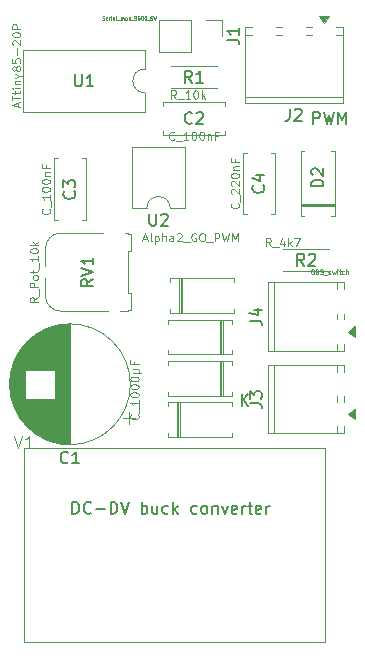
<source format=gbr>
%TF.GenerationSoftware,KiCad,Pcbnew,9.0.7*%
%TF.CreationDate,2026-02-13T16:37:28+01:00*%
%TF.ProjectId,Alpha2_GO_PWM,416c7068-6132-45f4-974f-5f50574d2e6b,rev?*%
%TF.SameCoordinates,Original*%
%TF.FileFunction,Legend,Top*%
%TF.FilePolarity,Positive*%
%FSLAX46Y46*%
G04 Gerber Fmt 4.6, Leading zero omitted, Abs format (unit mm)*
G04 Created by KiCad (PCBNEW 9.0.7) date 2026-02-13 16:37:28*
%MOMM*%
%LPD*%
G01*
G04 APERTURE LIST*
%ADD10C,0.100000*%
%ADD11C,0.150000*%
%ADD12C,0.075000*%
%ADD13C,0.120000*%
G04 APERTURE END LIST*
D10*
X107199122Y-91209133D02*
X107532455Y-91209133D01*
X107132455Y-91409133D02*
X107365789Y-90709133D01*
X107365789Y-90709133D02*
X107599122Y-91409133D01*
X107932455Y-91409133D02*
X107865789Y-91375800D01*
X107865789Y-91375800D02*
X107832455Y-91309133D01*
X107832455Y-91309133D02*
X107832455Y-90709133D01*
X108199122Y-90942466D02*
X108199122Y-91642466D01*
X108199122Y-90975800D02*
X108265789Y-90942466D01*
X108265789Y-90942466D02*
X108399122Y-90942466D01*
X108399122Y-90942466D02*
X108465789Y-90975800D01*
X108465789Y-90975800D02*
X108499122Y-91009133D01*
X108499122Y-91009133D02*
X108532456Y-91075800D01*
X108532456Y-91075800D02*
X108532456Y-91275800D01*
X108532456Y-91275800D02*
X108499122Y-91342466D01*
X108499122Y-91342466D02*
X108465789Y-91375800D01*
X108465789Y-91375800D02*
X108399122Y-91409133D01*
X108399122Y-91409133D02*
X108265789Y-91409133D01*
X108265789Y-91409133D02*
X108199122Y-91375800D01*
X108832455Y-91409133D02*
X108832455Y-90709133D01*
X109132455Y-91409133D02*
X109132455Y-91042466D01*
X109132455Y-91042466D02*
X109099122Y-90975800D01*
X109099122Y-90975800D02*
X109032455Y-90942466D01*
X109032455Y-90942466D02*
X108932455Y-90942466D01*
X108932455Y-90942466D02*
X108865789Y-90975800D01*
X108865789Y-90975800D02*
X108832455Y-91009133D01*
X109765788Y-91409133D02*
X109765788Y-91042466D01*
X109765788Y-91042466D02*
X109732455Y-90975800D01*
X109732455Y-90975800D02*
X109665788Y-90942466D01*
X109665788Y-90942466D02*
X109532455Y-90942466D01*
X109532455Y-90942466D02*
X109465788Y-90975800D01*
X109765788Y-91375800D02*
X109699122Y-91409133D01*
X109699122Y-91409133D02*
X109532455Y-91409133D01*
X109532455Y-91409133D02*
X109465788Y-91375800D01*
X109465788Y-91375800D02*
X109432455Y-91309133D01*
X109432455Y-91309133D02*
X109432455Y-91242466D01*
X109432455Y-91242466D02*
X109465788Y-91175800D01*
X109465788Y-91175800D02*
X109532455Y-91142466D01*
X109532455Y-91142466D02*
X109699122Y-91142466D01*
X109699122Y-91142466D02*
X109765788Y-91109133D01*
X110065788Y-90775800D02*
X110099121Y-90742466D01*
X110099121Y-90742466D02*
X110165788Y-90709133D01*
X110165788Y-90709133D02*
X110332455Y-90709133D01*
X110332455Y-90709133D02*
X110399121Y-90742466D01*
X110399121Y-90742466D02*
X110432455Y-90775800D01*
X110432455Y-90775800D02*
X110465788Y-90842466D01*
X110465788Y-90842466D02*
X110465788Y-90909133D01*
X110465788Y-90909133D02*
X110432455Y-91009133D01*
X110432455Y-91009133D02*
X110032455Y-91409133D01*
X110032455Y-91409133D02*
X110465788Y-91409133D01*
X110599122Y-91475800D02*
X111132455Y-91475800D01*
X111665788Y-90742466D02*
X111599121Y-90709133D01*
X111599121Y-90709133D02*
X111499121Y-90709133D01*
X111499121Y-90709133D02*
X111399121Y-90742466D01*
X111399121Y-90742466D02*
X111332455Y-90809133D01*
X111332455Y-90809133D02*
X111299121Y-90875800D01*
X111299121Y-90875800D02*
X111265788Y-91009133D01*
X111265788Y-91009133D02*
X111265788Y-91109133D01*
X111265788Y-91109133D02*
X111299121Y-91242466D01*
X111299121Y-91242466D02*
X111332455Y-91309133D01*
X111332455Y-91309133D02*
X111399121Y-91375800D01*
X111399121Y-91375800D02*
X111499121Y-91409133D01*
X111499121Y-91409133D02*
X111565788Y-91409133D01*
X111565788Y-91409133D02*
X111665788Y-91375800D01*
X111665788Y-91375800D02*
X111699121Y-91342466D01*
X111699121Y-91342466D02*
X111699121Y-91109133D01*
X111699121Y-91109133D02*
X111565788Y-91109133D01*
X112132455Y-90709133D02*
X112265788Y-90709133D01*
X112265788Y-90709133D02*
X112332455Y-90742466D01*
X112332455Y-90742466D02*
X112399121Y-90809133D01*
X112399121Y-90809133D02*
X112432455Y-90942466D01*
X112432455Y-90942466D02*
X112432455Y-91175800D01*
X112432455Y-91175800D02*
X112399121Y-91309133D01*
X112399121Y-91309133D02*
X112332455Y-91375800D01*
X112332455Y-91375800D02*
X112265788Y-91409133D01*
X112265788Y-91409133D02*
X112132455Y-91409133D01*
X112132455Y-91409133D02*
X112065788Y-91375800D01*
X112065788Y-91375800D02*
X111999121Y-91309133D01*
X111999121Y-91309133D02*
X111965788Y-91175800D01*
X111965788Y-91175800D02*
X111965788Y-90942466D01*
X111965788Y-90942466D02*
X111999121Y-90809133D01*
X111999121Y-90809133D02*
X112065788Y-90742466D01*
X112065788Y-90742466D02*
X112132455Y-90709133D01*
X112565788Y-91475800D02*
X113099121Y-91475800D01*
X113265787Y-91409133D02*
X113265787Y-90709133D01*
X113265787Y-90709133D02*
X113532454Y-90709133D01*
X113532454Y-90709133D02*
X113599121Y-90742466D01*
X113599121Y-90742466D02*
X113632454Y-90775800D01*
X113632454Y-90775800D02*
X113665787Y-90842466D01*
X113665787Y-90842466D02*
X113665787Y-90942466D01*
X113665787Y-90942466D02*
X113632454Y-91009133D01*
X113632454Y-91009133D02*
X113599121Y-91042466D01*
X113599121Y-91042466D02*
X113532454Y-91075800D01*
X113532454Y-91075800D02*
X113265787Y-91075800D01*
X113899121Y-90709133D02*
X114065787Y-91409133D01*
X114065787Y-91409133D02*
X114199121Y-90909133D01*
X114199121Y-90909133D02*
X114332454Y-91409133D01*
X114332454Y-91409133D02*
X114499121Y-90709133D01*
X114765787Y-91409133D02*
X114765787Y-90709133D01*
X114765787Y-90709133D02*
X114999121Y-91209133D01*
X114999121Y-91209133D02*
X115232454Y-90709133D01*
X115232454Y-90709133D02*
X115232454Y-91409133D01*
X96290476Y-107857419D02*
X96623809Y-108857419D01*
X96623809Y-108857419D02*
X96957142Y-107857419D01*
X97814285Y-108857419D02*
X97242857Y-108857419D01*
X97528571Y-108857419D02*
X97528571Y-107857419D01*
X97528571Y-107857419D02*
X97433333Y-108000276D01*
X97433333Y-108000276D02*
X97338095Y-108095514D01*
X97338095Y-108095514D02*
X97242857Y-108143133D01*
D11*
X101214284Y-114454819D02*
X101214284Y-113454819D01*
X101214284Y-113454819D02*
X101452379Y-113454819D01*
X101452379Y-113454819D02*
X101595236Y-113502438D01*
X101595236Y-113502438D02*
X101690474Y-113597676D01*
X101690474Y-113597676D02*
X101738093Y-113692914D01*
X101738093Y-113692914D02*
X101785712Y-113883390D01*
X101785712Y-113883390D02*
X101785712Y-114026247D01*
X101785712Y-114026247D02*
X101738093Y-114216723D01*
X101738093Y-114216723D02*
X101690474Y-114311961D01*
X101690474Y-114311961D02*
X101595236Y-114407200D01*
X101595236Y-114407200D02*
X101452379Y-114454819D01*
X101452379Y-114454819D02*
X101214284Y-114454819D01*
X102785712Y-114359580D02*
X102738093Y-114407200D01*
X102738093Y-114407200D02*
X102595236Y-114454819D01*
X102595236Y-114454819D02*
X102499998Y-114454819D01*
X102499998Y-114454819D02*
X102357141Y-114407200D01*
X102357141Y-114407200D02*
X102261903Y-114311961D01*
X102261903Y-114311961D02*
X102214284Y-114216723D01*
X102214284Y-114216723D02*
X102166665Y-114026247D01*
X102166665Y-114026247D02*
X102166665Y-113883390D01*
X102166665Y-113883390D02*
X102214284Y-113692914D01*
X102214284Y-113692914D02*
X102261903Y-113597676D01*
X102261903Y-113597676D02*
X102357141Y-113502438D01*
X102357141Y-113502438D02*
X102499998Y-113454819D01*
X102499998Y-113454819D02*
X102595236Y-113454819D01*
X102595236Y-113454819D02*
X102738093Y-113502438D01*
X102738093Y-113502438D02*
X102785712Y-113550057D01*
X103214284Y-114073866D02*
X103976189Y-114073866D01*
X104452379Y-114454819D02*
X104452379Y-113454819D01*
X104452379Y-113454819D02*
X104690474Y-113454819D01*
X104690474Y-113454819D02*
X104833331Y-113502438D01*
X104833331Y-113502438D02*
X104928569Y-113597676D01*
X104928569Y-113597676D02*
X104976188Y-113692914D01*
X104976188Y-113692914D02*
X105023807Y-113883390D01*
X105023807Y-113883390D02*
X105023807Y-114026247D01*
X105023807Y-114026247D02*
X104976188Y-114216723D01*
X104976188Y-114216723D02*
X104928569Y-114311961D01*
X104928569Y-114311961D02*
X104833331Y-114407200D01*
X104833331Y-114407200D02*
X104690474Y-114454819D01*
X104690474Y-114454819D02*
X104452379Y-114454819D01*
X105309522Y-113454819D02*
X105642855Y-114454819D01*
X105642855Y-114454819D02*
X105976188Y-113454819D01*
X107071427Y-114454819D02*
X107071427Y-113454819D01*
X107071427Y-113835771D02*
X107166665Y-113788152D01*
X107166665Y-113788152D02*
X107357141Y-113788152D01*
X107357141Y-113788152D02*
X107452379Y-113835771D01*
X107452379Y-113835771D02*
X107499998Y-113883390D01*
X107499998Y-113883390D02*
X107547617Y-113978628D01*
X107547617Y-113978628D02*
X107547617Y-114264342D01*
X107547617Y-114264342D02*
X107499998Y-114359580D01*
X107499998Y-114359580D02*
X107452379Y-114407200D01*
X107452379Y-114407200D02*
X107357141Y-114454819D01*
X107357141Y-114454819D02*
X107166665Y-114454819D01*
X107166665Y-114454819D02*
X107071427Y-114407200D01*
X108404760Y-113788152D02*
X108404760Y-114454819D01*
X107976189Y-113788152D02*
X107976189Y-114311961D01*
X107976189Y-114311961D02*
X108023808Y-114407200D01*
X108023808Y-114407200D02*
X108119046Y-114454819D01*
X108119046Y-114454819D02*
X108261903Y-114454819D01*
X108261903Y-114454819D02*
X108357141Y-114407200D01*
X108357141Y-114407200D02*
X108404760Y-114359580D01*
X109309522Y-114407200D02*
X109214284Y-114454819D01*
X109214284Y-114454819D02*
X109023808Y-114454819D01*
X109023808Y-114454819D02*
X108928570Y-114407200D01*
X108928570Y-114407200D02*
X108880951Y-114359580D01*
X108880951Y-114359580D02*
X108833332Y-114264342D01*
X108833332Y-114264342D02*
X108833332Y-113978628D01*
X108833332Y-113978628D02*
X108880951Y-113883390D01*
X108880951Y-113883390D02*
X108928570Y-113835771D01*
X108928570Y-113835771D02*
X109023808Y-113788152D01*
X109023808Y-113788152D02*
X109214284Y-113788152D01*
X109214284Y-113788152D02*
X109309522Y-113835771D01*
X109738094Y-114454819D02*
X109738094Y-113454819D01*
X109833332Y-114073866D02*
X110119046Y-114454819D01*
X110119046Y-113788152D02*
X109738094Y-114169104D01*
X111738094Y-114407200D02*
X111642856Y-114454819D01*
X111642856Y-114454819D02*
X111452380Y-114454819D01*
X111452380Y-114454819D02*
X111357142Y-114407200D01*
X111357142Y-114407200D02*
X111309523Y-114359580D01*
X111309523Y-114359580D02*
X111261904Y-114264342D01*
X111261904Y-114264342D02*
X111261904Y-113978628D01*
X111261904Y-113978628D02*
X111309523Y-113883390D01*
X111309523Y-113883390D02*
X111357142Y-113835771D01*
X111357142Y-113835771D02*
X111452380Y-113788152D01*
X111452380Y-113788152D02*
X111642856Y-113788152D01*
X111642856Y-113788152D02*
X111738094Y-113835771D01*
X112309523Y-114454819D02*
X112214285Y-114407200D01*
X112214285Y-114407200D02*
X112166666Y-114359580D01*
X112166666Y-114359580D02*
X112119047Y-114264342D01*
X112119047Y-114264342D02*
X112119047Y-113978628D01*
X112119047Y-113978628D02*
X112166666Y-113883390D01*
X112166666Y-113883390D02*
X112214285Y-113835771D01*
X112214285Y-113835771D02*
X112309523Y-113788152D01*
X112309523Y-113788152D02*
X112452380Y-113788152D01*
X112452380Y-113788152D02*
X112547618Y-113835771D01*
X112547618Y-113835771D02*
X112595237Y-113883390D01*
X112595237Y-113883390D02*
X112642856Y-113978628D01*
X112642856Y-113978628D02*
X112642856Y-114264342D01*
X112642856Y-114264342D02*
X112595237Y-114359580D01*
X112595237Y-114359580D02*
X112547618Y-114407200D01*
X112547618Y-114407200D02*
X112452380Y-114454819D01*
X112452380Y-114454819D02*
X112309523Y-114454819D01*
X113071428Y-113788152D02*
X113071428Y-114454819D01*
X113071428Y-113883390D02*
X113119047Y-113835771D01*
X113119047Y-113835771D02*
X113214285Y-113788152D01*
X113214285Y-113788152D02*
X113357142Y-113788152D01*
X113357142Y-113788152D02*
X113452380Y-113835771D01*
X113452380Y-113835771D02*
X113499999Y-113931009D01*
X113499999Y-113931009D02*
X113499999Y-114454819D01*
X113880952Y-113788152D02*
X114119047Y-114454819D01*
X114119047Y-114454819D02*
X114357142Y-113788152D01*
X115119047Y-114407200D02*
X115023809Y-114454819D01*
X115023809Y-114454819D02*
X114833333Y-114454819D01*
X114833333Y-114454819D02*
X114738095Y-114407200D01*
X114738095Y-114407200D02*
X114690476Y-114311961D01*
X114690476Y-114311961D02*
X114690476Y-113931009D01*
X114690476Y-113931009D02*
X114738095Y-113835771D01*
X114738095Y-113835771D02*
X114833333Y-113788152D01*
X114833333Y-113788152D02*
X115023809Y-113788152D01*
X115023809Y-113788152D02*
X115119047Y-113835771D01*
X115119047Y-113835771D02*
X115166666Y-113931009D01*
X115166666Y-113931009D02*
X115166666Y-114026247D01*
X115166666Y-114026247D02*
X114690476Y-114121485D01*
X115595238Y-114454819D02*
X115595238Y-113788152D01*
X115595238Y-113978628D02*
X115642857Y-113883390D01*
X115642857Y-113883390D02*
X115690476Y-113835771D01*
X115690476Y-113835771D02*
X115785714Y-113788152D01*
X115785714Y-113788152D02*
X115880952Y-113788152D01*
X116071429Y-113788152D02*
X116452381Y-113788152D01*
X116214286Y-113454819D02*
X116214286Y-114311961D01*
X116214286Y-114311961D02*
X116261905Y-114407200D01*
X116261905Y-114407200D02*
X116357143Y-114454819D01*
X116357143Y-114454819D02*
X116452381Y-114454819D01*
X117166667Y-114407200D02*
X117071429Y-114454819D01*
X117071429Y-114454819D02*
X116880953Y-114454819D01*
X116880953Y-114454819D02*
X116785715Y-114407200D01*
X116785715Y-114407200D02*
X116738096Y-114311961D01*
X116738096Y-114311961D02*
X116738096Y-113931009D01*
X116738096Y-113931009D02*
X116785715Y-113835771D01*
X116785715Y-113835771D02*
X116880953Y-113788152D01*
X116880953Y-113788152D02*
X117071429Y-113788152D01*
X117071429Y-113788152D02*
X117166667Y-113835771D01*
X117166667Y-113835771D02*
X117214286Y-113931009D01*
X117214286Y-113931009D02*
X117214286Y-114026247D01*
X117214286Y-114026247D02*
X116738096Y-114121485D01*
X117642858Y-114454819D02*
X117642858Y-113788152D01*
X117642858Y-113978628D02*
X117690477Y-113883390D01*
X117690477Y-113883390D02*
X117738096Y-113835771D01*
X117738096Y-113835771D02*
X117833334Y-113788152D01*
X117833334Y-113788152D02*
X117928572Y-113788152D01*
X100833333Y-110109580D02*
X100785714Y-110157200D01*
X100785714Y-110157200D02*
X100642857Y-110204819D01*
X100642857Y-110204819D02*
X100547619Y-110204819D01*
X100547619Y-110204819D02*
X100404762Y-110157200D01*
X100404762Y-110157200D02*
X100309524Y-110061961D01*
X100309524Y-110061961D02*
X100261905Y-109966723D01*
X100261905Y-109966723D02*
X100214286Y-109776247D01*
X100214286Y-109776247D02*
X100214286Y-109633390D01*
X100214286Y-109633390D02*
X100261905Y-109442914D01*
X100261905Y-109442914D02*
X100309524Y-109347676D01*
X100309524Y-109347676D02*
X100404762Y-109252438D01*
X100404762Y-109252438D02*
X100547619Y-109204819D01*
X100547619Y-109204819D02*
X100642857Y-109204819D01*
X100642857Y-109204819D02*
X100785714Y-109252438D01*
X100785714Y-109252438D02*
X100833333Y-109300057D01*
X101785714Y-110204819D02*
X101214286Y-110204819D01*
X101500000Y-110204819D02*
X101500000Y-109204819D01*
X101500000Y-109204819D02*
X101404762Y-109347676D01*
X101404762Y-109347676D02*
X101309524Y-109442914D01*
X101309524Y-109442914D02*
X101214286Y-109490533D01*
D10*
X106751966Y-106050000D02*
X106785300Y-106083333D01*
X106785300Y-106083333D02*
X106818633Y-106183333D01*
X106818633Y-106183333D02*
X106818633Y-106250000D01*
X106818633Y-106250000D02*
X106785300Y-106350000D01*
X106785300Y-106350000D02*
X106718633Y-106416667D01*
X106718633Y-106416667D02*
X106651966Y-106450000D01*
X106651966Y-106450000D02*
X106518633Y-106483333D01*
X106518633Y-106483333D02*
X106418633Y-106483333D01*
X106418633Y-106483333D02*
X106285300Y-106450000D01*
X106285300Y-106450000D02*
X106218633Y-106416667D01*
X106218633Y-106416667D02*
X106151966Y-106350000D01*
X106151966Y-106350000D02*
X106118633Y-106250000D01*
X106118633Y-106250000D02*
X106118633Y-106183333D01*
X106118633Y-106183333D02*
X106151966Y-106083333D01*
X106151966Y-106083333D02*
X106185300Y-106050000D01*
X106885300Y-105916667D02*
X106885300Y-105383333D01*
X106818633Y-104850000D02*
X106818633Y-105250000D01*
X106818633Y-105050000D02*
X106118633Y-105050000D01*
X106118633Y-105050000D02*
X106218633Y-105116667D01*
X106218633Y-105116667D02*
X106285300Y-105183334D01*
X106285300Y-105183334D02*
X106318633Y-105250000D01*
X106118633Y-104416667D02*
X106118633Y-104350000D01*
X106118633Y-104350000D02*
X106151966Y-104283333D01*
X106151966Y-104283333D02*
X106185300Y-104250000D01*
X106185300Y-104250000D02*
X106251966Y-104216667D01*
X106251966Y-104216667D02*
X106385300Y-104183333D01*
X106385300Y-104183333D02*
X106551966Y-104183333D01*
X106551966Y-104183333D02*
X106685300Y-104216667D01*
X106685300Y-104216667D02*
X106751966Y-104250000D01*
X106751966Y-104250000D02*
X106785300Y-104283333D01*
X106785300Y-104283333D02*
X106818633Y-104350000D01*
X106818633Y-104350000D02*
X106818633Y-104416667D01*
X106818633Y-104416667D02*
X106785300Y-104483333D01*
X106785300Y-104483333D02*
X106751966Y-104516667D01*
X106751966Y-104516667D02*
X106685300Y-104550000D01*
X106685300Y-104550000D02*
X106551966Y-104583333D01*
X106551966Y-104583333D02*
X106385300Y-104583333D01*
X106385300Y-104583333D02*
X106251966Y-104550000D01*
X106251966Y-104550000D02*
X106185300Y-104516667D01*
X106185300Y-104516667D02*
X106151966Y-104483333D01*
X106151966Y-104483333D02*
X106118633Y-104416667D01*
X106118633Y-103750000D02*
X106118633Y-103683333D01*
X106118633Y-103683333D02*
X106151966Y-103616666D01*
X106151966Y-103616666D02*
X106185300Y-103583333D01*
X106185300Y-103583333D02*
X106251966Y-103550000D01*
X106251966Y-103550000D02*
X106385300Y-103516666D01*
X106385300Y-103516666D02*
X106551966Y-103516666D01*
X106551966Y-103516666D02*
X106685300Y-103550000D01*
X106685300Y-103550000D02*
X106751966Y-103583333D01*
X106751966Y-103583333D02*
X106785300Y-103616666D01*
X106785300Y-103616666D02*
X106818633Y-103683333D01*
X106818633Y-103683333D02*
X106818633Y-103750000D01*
X106818633Y-103750000D02*
X106785300Y-103816666D01*
X106785300Y-103816666D02*
X106751966Y-103850000D01*
X106751966Y-103850000D02*
X106685300Y-103883333D01*
X106685300Y-103883333D02*
X106551966Y-103916666D01*
X106551966Y-103916666D02*
X106385300Y-103916666D01*
X106385300Y-103916666D02*
X106251966Y-103883333D01*
X106251966Y-103883333D02*
X106185300Y-103850000D01*
X106185300Y-103850000D02*
X106151966Y-103816666D01*
X106151966Y-103816666D02*
X106118633Y-103750000D01*
X106118633Y-103083333D02*
X106118633Y-103016666D01*
X106118633Y-103016666D02*
X106151966Y-102949999D01*
X106151966Y-102949999D02*
X106185300Y-102916666D01*
X106185300Y-102916666D02*
X106251966Y-102883333D01*
X106251966Y-102883333D02*
X106385300Y-102849999D01*
X106385300Y-102849999D02*
X106551966Y-102849999D01*
X106551966Y-102849999D02*
X106685300Y-102883333D01*
X106685300Y-102883333D02*
X106751966Y-102916666D01*
X106751966Y-102916666D02*
X106785300Y-102949999D01*
X106785300Y-102949999D02*
X106818633Y-103016666D01*
X106818633Y-103016666D02*
X106818633Y-103083333D01*
X106818633Y-103083333D02*
X106785300Y-103149999D01*
X106785300Y-103149999D02*
X106751966Y-103183333D01*
X106751966Y-103183333D02*
X106685300Y-103216666D01*
X106685300Y-103216666D02*
X106551966Y-103249999D01*
X106551966Y-103249999D02*
X106385300Y-103249999D01*
X106385300Y-103249999D02*
X106251966Y-103216666D01*
X106251966Y-103216666D02*
X106185300Y-103183333D01*
X106185300Y-103183333D02*
X106151966Y-103149999D01*
X106151966Y-103149999D02*
X106118633Y-103083333D01*
X106351966Y-102549999D02*
X107051966Y-102549999D01*
X106718633Y-102216666D02*
X106785300Y-102183332D01*
X106785300Y-102183332D02*
X106818633Y-102116666D01*
X106718633Y-102549999D02*
X106785300Y-102516666D01*
X106785300Y-102516666D02*
X106818633Y-102449999D01*
X106818633Y-102449999D02*
X106818633Y-102316666D01*
X106818633Y-102316666D02*
X106785300Y-102249999D01*
X106785300Y-102249999D02*
X106718633Y-102216666D01*
X106718633Y-102216666D02*
X106351966Y-102216666D01*
X106451966Y-101583333D02*
X106451966Y-101816666D01*
X106818633Y-101816666D02*
X106118633Y-101816666D01*
X106118633Y-101816666D02*
X106118633Y-101483333D01*
D11*
X107738095Y-89059819D02*
X107738095Y-89869342D01*
X107738095Y-89869342D02*
X107785714Y-89964580D01*
X107785714Y-89964580D02*
X107833333Y-90012200D01*
X107833333Y-90012200D02*
X107928571Y-90059819D01*
X107928571Y-90059819D02*
X108119047Y-90059819D01*
X108119047Y-90059819D02*
X108214285Y-90012200D01*
X108214285Y-90012200D02*
X108261904Y-89964580D01*
X108261904Y-89964580D02*
X108309523Y-89869342D01*
X108309523Y-89869342D02*
X108309523Y-89059819D01*
X108738095Y-89155057D02*
X108785714Y-89107438D01*
X108785714Y-89107438D02*
X108880952Y-89059819D01*
X108880952Y-89059819D02*
X109119047Y-89059819D01*
X109119047Y-89059819D02*
X109214285Y-89107438D01*
X109214285Y-89107438D02*
X109261904Y-89155057D01*
X109261904Y-89155057D02*
X109309523Y-89250295D01*
X109309523Y-89250295D02*
X109309523Y-89345533D01*
X109309523Y-89345533D02*
X109261904Y-89488390D01*
X109261904Y-89488390D02*
X108690476Y-90059819D01*
X108690476Y-90059819D02*
X109309523Y-90059819D01*
X101428095Y-77259819D02*
X101428095Y-78069342D01*
X101428095Y-78069342D02*
X101475714Y-78164580D01*
X101475714Y-78164580D02*
X101523333Y-78212200D01*
X101523333Y-78212200D02*
X101618571Y-78259819D01*
X101618571Y-78259819D02*
X101809047Y-78259819D01*
X101809047Y-78259819D02*
X101904285Y-78212200D01*
X101904285Y-78212200D02*
X101951904Y-78164580D01*
X101951904Y-78164580D02*
X101999523Y-78069342D01*
X101999523Y-78069342D02*
X101999523Y-77259819D01*
X102999523Y-78259819D02*
X102428095Y-78259819D01*
X102713809Y-78259819D02*
X102713809Y-77259819D01*
X102713809Y-77259819D02*
X102618571Y-77402676D01*
X102618571Y-77402676D02*
X102523333Y-77497914D01*
X102523333Y-77497914D02*
X102428095Y-77545533D01*
D10*
X96618633Y-79999999D02*
X96618633Y-79666666D01*
X96818633Y-80066666D02*
X96118633Y-79833333D01*
X96118633Y-79833333D02*
X96818633Y-79599999D01*
X96118633Y-79466666D02*
X96118633Y-79066666D01*
X96818633Y-79266666D02*
X96118633Y-79266666D01*
X96351966Y-78933333D02*
X96351966Y-78666666D01*
X96118633Y-78833333D02*
X96718633Y-78833333D01*
X96718633Y-78833333D02*
X96785300Y-78800000D01*
X96785300Y-78800000D02*
X96818633Y-78733333D01*
X96818633Y-78733333D02*
X96818633Y-78666666D01*
X96818633Y-78433333D02*
X96351966Y-78433333D01*
X96118633Y-78433333D02*
X96151966Y-78466666D01*
X96151966Y-78466666D02*
X96185300Y-78433333D01*
X96185300Y-78433333D02*
X96151966Y-78400000D01*
X96151966Y-78400000D02*
X96118633Y-78433333D01*
X96118633Y-78433333D02*
X96185300Y-78433333D01*
X96351966Y-78100000D02*
X96818633Y-78100000D01*
X96418633Y-78100000D02*
X96385300Y-78066667D01*
X96385300Y-78066667D02*
X96351966Y-78000000D01*
X96351966Y-78000000D02*
X96351966Y-77900000D01*
X96351966Y-77900000D02*
X96385300Y-77833333D01*
X96385300Y-77833333D02*
X96451966Y-77800000D01*
X96451966Y-77800000D02*
X96818633Y-77800000D01*
X96351966Y-77533334D02*
X96818633Y-77366667D01*
X96351966Y-77200000D02*
X96818633Y-77366667D01*
X96818633Y-77366667D02*
X96985300Y-77433334D01*
X96985300Y-77433334D02*
X97018633Y-77466667D01*
X97018633Y-77466667D02*
X97051966Y-77533334D01*
X96418633Y-76833334D02*
X96385300Y-76900001D01*
X96385300Y-76900001D02*
X96351966Y-76933334D01*
X96351966Y-76933334D02*
X96285300Y-76966667D01*
X96285300Y-76966667D02*
X96251966Y-76966667D01*
X96251966Y-76966667D02*
X96185300Y-76933334D01*
X96185300Y-76933334D02*
X96151966Y-76900001D01*
X96151966Y-76900001D02*
X96118633Y-76833334D01*
X96118633Y-76833334D02*
X96118633Y-76700001D01*
X96118633Y-76700001D02*
X96151966Y-76633334D01*
X96151966Y-76633334D02*
X96185300Y-76600001D01*
X96185300Y-76600001D02*
X96251966Y-76566667D01*
X96251966Y-76566667D02*
X96285300Y-76566667D01*
X96285300Y-76566667D02*
X96351966Y-76600001D01*
X96351966Y-76600001D02*
X96385300Y-76633334D01*
X96385300Y-76633334D02*
X96418633Y-76700001D01*
X96418633Y-76700001D02*
X96418633Y-76833334D01*
X96418633Y-76833334D02*
X96451966Y-76900001D01*
X96451966Y-76900001D02*
X96485300Y-76933334D01*
X96485300Y-76933334D02*
X96551966Y-76966667D01*
X96551966Y-76966667D02*
X96685300Y-76966667D01*
X96685300Y-76966667D02*
X96751966Y-76933334D01*
X96751966Y-76933334D02*
X96785300Y-76900001D01*
X96785300Y-76900001D02*
X96818633Y-76833334D01*
X96818633Y-76833334D02*
X96818633Y-76700001D01*
X96818633Y-76700001D02*
X96785300Y-76633334D01*
X96785300Y-76633334D02*
X96751966Y-76600001D01*
X96751966Y-76600001D02*
X96685300Y-76566667D01*
X96685300Y-76566667D02*
X96551966Y-76566667D01*
X96551966Y-76566667D02*
X96485300Y-76600001D01*
X96485300Y-76600001D02*
X96451966Y-76633334D01*
X96451966Y-76633334D02*
X96418633Y-76700001D01*
X96118633Y-75933334D02*
X96118633Y-76266667D01*
X96118633Y-76266667D02*
X96451966Y-76300000D01*
X96451966Y-76300000D02*
X96418633Y-76266667D01*
X96418633Y-76266667D02*
X96385300Y-76200000D01*
X96385300Y-76200000D02*
X96385300Y-76033334D01*
X96385300Y-76033334D02*
X96418633Y-75966667D01*
X96418633Y-75966667D02*
X96451966Y-75933334D01*
X96451966Y-75933334D02*
X96518633Y-75900000D01*
X96518633Y-75900000D02*
X96685300Y-75900000D01*
X96685300Y-75900000D02*
X96751966Y-75933334D01*
X96751966Y-75933334D02*
X96785300Y-75966667D01*
X96785300Y-75966667D02*
X96818633Y-76033334D01*
X96818633Y-76033334D02*
X96818633Y-76200000D01*
X96818633Y-76200000D02*
X96785300Y-76266667D01*
X96785300Y-76266667D02*
X96751966Y-76300000D01*
X96551966Y-75600000D02*
X96551966Y-75066667D01*
X96185300Y-74766666D02*
X96151966Y-74733333D01*
X96151966Y-74733333D02*
X96118633Y-74666666D01*
X96118633Y-74666666D02*
X96118633Y-74500000D01*
X96118633Y-74500000D02*
X96151966Y-74433333D01*
X96151966Y-74433333D02*
X96185300Y-74400000D01*
X96185300Y-74400000D02*
X96251966Y-74366666D01*
X96251966Y-74366666D02*
X96318633Y-74366666D01*
X96318633Y-74366666D02*
X96418633Y-74400000D01*
X96418633Y-74400000D02*
X96818633Y-74800000D01*
X96818633Y-74800000D02*
X96818633Y-74366666D01*
X96118633Y-73933333D02*
X96118633Y-73866666D01*
X96118633Y-73866666D02*
X96151966Y-73799999D01*
X96151966Y-73799999D02*
X96185300Y-73766666D01*
X96185300Y-73766666D02*
X96251966Y-73733333D01*
X96251966Y-73733333D02*
X96385300Y-73699999D01*
X96385300Y-73699999D02*
X96551966Y-73699999D01*
X96551966Y-73699999D02*
X96685300Y-73733333D01*
X96685300Y-73733333D02*
X96751966Y-73766666D01*
X96751966Y-73766666D02*
X96785300Y-73799999D01*
X96785300Y-73799999D02*
X96818633Y-73866666D01*
X96818633Y-73866666D02*
X96818633Y-73933333D01*
X96818633Y-73933333D02*
X96785300Y-73999999D01*
X96785300Y-73999999D02*
X96751966Y-74033333D01*
X96751966Y-74033333D02*
X96685300Y-74066666D01*
X96685300Y-74066666D02*
X96551966Y-74099999D01*
X96551966Y-74099999D02*
X96385300Y-74099999D01*
X96385300Y-74099999D02*
X96251966Y-74066666D01*
X96251966Y-74066666D02*
X96185300Y-74033333D01*
X96185300Y-74033333D02*
X96151966Y-73999999D01*
X96151966Y-73999999D02*
X96118633Y-73933333D01*
X96818633Y-73399999D02*
X96118633Y-73399999D01*
X96118633Y-73399999D02*
X96118633Y-73133332D01*
X96118633Y-73133332D02*
X96151966Y-73066666D01*
X96151966Y-73066666D02*
X96185300Y-73033332D01*
X96185300Y-73033332D02*
X96251966Y-72999999D01*
X96251966Y-72999999D02*
X96351966Y-72999999D01*
X96351966Y-72999999D02*
X96418633Y-73033332D01*
X96418633Y-73033332D02*
X96451966Y-73066666D01*
X96451966Y-73066666D02*
X96485300Y-73133332D01*
X96485300Y-73133332D02*
X96485300Y-73399999D01*
D11*
X102954819Y-94595238D02*
X102478628Y-94928571D01*
X102954819Y-95166666D02*
X101954819Y-95166666D01*
X101954819Y-95166666D02*
X101954819Y-94785714D01*
X101954819Y-94785714D02*
X102002438Y-94690476D01*
X102002438Y-94690476D02*
X102050057Y-94642857D01*
X102050057Y-94642857D02*
X102145295Y-94595238D01*
X102145295Y-94595238D02*
X102288152Y-94595238D01*
X102288152Y-94595238D02*
X102383390Y-94642857D01*
X102383390Y-94642857D02*
X102431009Y-94690476D01*
X102431009Y-94690476D02*
X102478628Y-94785714D01*
X102478628Y-94785714D02*
X102478628Y-95166666D01*
X101954819Y-94309523D02*
X102954819Y-93976190D01*
X102954819Y-93976190D02*
X101954819Y-93642857D01*
X102954819Y-92785714D02*
X102954819Y-93357142D01*
X102954819Y-93071428D02*
X101954819Y-93071428D01*
X101954819Y-93071428D02*
X102097676Y-93166666D01*
X102097676Y-93166666D02*
X102192914Y-93261904D01*
X102192914Y-93261904D02*
X102240533Y-93357142D01*
D10*
X98318633Y-96133333D02*
X97985300Y-96366666D01*
X98318633Y-96533333D02*
X97618633Y-96533333D01*
X97618633Y-96533333D02*
X97618633Y-96266666D01*
X97618633Y-96266666D02*
X97651966Y-96200000D01*
X97651966Y-96200000D02*
X97685300Y-96166666D01*
X97685300Y-96166666D02*
X97751966Y-96133333D01*
X97751966Y-96133333D02*
X97851966Y-96133333D01*
X97851966Y-96133333D02*
X97918633Y-96166666D01*
X97918633Y-96166666D02*
X97951966Y-96200000D01*
X97951966Y-96200000D02*
X97985300Y-96266666D01*
X97985300Y-96266666D02*
X97985300Y-96533333D01*
X98385300Y-96000000D02*
X98385300Y-95466666D01*
X98318633Y-95300000D02*
X97618633Y-95300000D01*
X97618633Y-95300000D02*
X97618633Y-95033333D01*
X97618633Y-95033333D02*
X97651966Y-94966667D01*
X97651966Y-94966667D02*
X97685300Y-94933333D01*
X97685300Y-94933333D02*
X97751966Y-94900000D01*
X97751966Y-94900000D02*
X97851966Y-94900000D01*
X97851966Y-94900000D02*
X97918633Y-94933333D01*
X97918633Y-94933333D02*
X97951966Y-94966667D01*
X97951966Y-94966667D02*
X97985300Y-95033333D01*
X97985300Y-95033333D02*
X97985300Y-95300000D01*
X98318633Y-94500000D02*
X98285300Y-94566667D01*
X98285300Y-94566667D02*
X98251966Y-94600000D01*
X98251966Y-94600000D02*
X98185300Y-94633333D01*
X98185300Y-94633333D02*
X97985300Y-94633333D01*
X97985300Y-94633333D02*
X97918633Y-94600000D01*
X97918633Y-94600000D02*
X97885300Y-94566667D01*
X97885300Y-94566667D02*
X97851966Y-94500000D01*
X97851966Y-94500000D02*
X97851966Y-94400000D01*
X97851966Y-94400000D02*
X97885300Y-94333333D01*
X97885300Y-94333333D02*
X97918633Y-94300000D01*
X97918633Y-94300000D02*
X97985300Y-94266667D01*
X97985300Y-94266667D02*
X98185300Y-94266667D01*
X98185300Y-94266667D02*
X98251966Y-94300000D01*
X98251966Y-94300000D02*
X98285300Y-94333333D01*
X98285300Y-94333333D02*
X98318633Y-94400000D01*
X98318633Y-94400000D02*
X98318633Y-94500000D01*
X97851966Y-94066667D02*
X97851966Y-93800000D01*
X97618633Y-93966667D02*
X98218633Y-93966667D01*
X98218633Y-93966667D02*
X98285300Y-93933334D01*
X98285300Y-93933334D02*
X98318633Y-93866667D01*
X98318633Y-93866667D02*
X98318633Y-93800000D01*
X98385300Y-93733334D02*
X98385300Y-93200000D01*
X98318633Y-92666667D02*
X98318633Y-93066667D01*
X98318633Y-92866667D02*
X97618633Y-92866667D01*
X97618633Y-92866667D02*
X97718633Y-92933334D01*
X97718633Y-92933334D02*
X97785300Y-93000001D01*
X97785300Y-93000001D02*
X97818633Y-93066667D01*
X97618633Y-92233334D02*
X97618633Y-92166667D01*
X97618633Y-92166667D02*
X97651966Y-92100000D01*
X97651966Y-92100000D02*
X97685300Y-92066667D01*
X97685300Y-92066667D02*
X97751966Y-92033334D01*
X97751966Y-92033334D02*
X97885300Y-92000000D01*
X97885300Y-92000000D02*
X98051966Y-92000000D01*
X98051966Y-92000000D02*
X98185300Y-92033334D01*
X98185300Y-92033334D02*
X98251966Y-92066667D01*
X98251966Y-92066667D02*
X98285300Y-92100000D01*
X98285300Y-92100000D02*
X98318633Y-92166667D01*
X98318633Y-92166667D02*
X98318633Y-92233334D01*
X98318633Y-92233334D02*
X98285300Y-92300000D01*
X98285300Y-92300000D02*
X98251966Y-92333334D01*
X98251966Y-92333334D02*
X98185300Y-92366667D01*
X98185300Y-92366667D02*
X98051966Y-92400000D01*
X98051966Y-92400000D02*
X97885300Y-92400000D01*
X97885300Y-92400000D02*
X97751966Y-92366667D01*
X97751966Y-92366667D02*
X97685300Y-92333334D01*
X97685300Y-92333334D02*
X97651966Y-92300000D01*
X97651966Y-92300000D02*
X97618633Y-92233334D01*
X98318633Y-91700000D02*
X97618633Y-91700000D01*
X98051966Y-91633333D02*
X98318633Y-91433333D01*
X97851966Y-91433333D02*
X98118633Y-91700000D01*
D11*
X120833333Y-93454819D02*
X120500000Y-92978628D01*
X120261905Y-93454819D02*
X120261905Y-92454819D01*
X120261905Y-92454819D02*
X120642857Y-92454819D01*
X120642857Y-92454819D02*
X120738095Y-92502438D01*
X120738095Y-92502438D02*
X120785714Y-92550057D01*
X120785714Y-92550057D02*
X120833333Y-92645295D01*
X120833333Y-92645295D02*
X120833333Y-92788152D01*
X120833333Y-92788152D02*
X120785714Y-92883390D01*
X120785714Y-92883390D02*
X120738095Y-92931009D01*
X120738095Y-92931009D02*
X120642857Y-92978628D01*
X120642857Y-92978628D02*
X120261905Y-92978628D01*
X121214286Y-92550057D02*
X121261905Y-92502438D01*
X121261905Y-92502438D02*
X121357143Y-92454819D01*
X121357143Y-92454819D02*
X121595238Y-92454819D01*
X121595238Y-92454819D02*
X121690476Y-92502438D01*
X121690476Y-92502438D02*
X121738095Y-92550057D01*
X121738095Y-92550057D02*
X121785714Y-92645295D01*
X121785714Y-92645295D02*
X121785714Y-92740533D01*
X121785714Y-92740533D02*
X121738095Y-92883390D01*
X121738095Y-92883390D02*
X121166667Y-93454819D01*
X121166667Y-93454819D02*
X121785714Y-93454819D01*
D10*
X117999999Y-91818633D02*
X117766666Y-91485300D01*
X117599999Y-91818633D02*
X117599999Y-91118633D01*
X117599999Y-91118633D02*
X117866666Y-91118633D01*
X117866666Y-91118633D02*
X117933333Y-91151966D01*
X117933333Y-91151966D02*
X117966666Y-91185300D01*
X117966666Y-91185300D02*
X117999999Y-91251966D01*
X117999999Y-91251966D02*
X117999999Y-91351966D01*
X117999999Y-91351966D02*
X117966666Y-91418633D01*
X117966666Y-91418633D02*
X117933333Y-91451966D01*
X117933333Y-91451966D02*
X117866666Y-91485300D01*
X117866666Y-91485300D02*
X117599999Y-91485300D01*
X118133333Y-91885300D02*
X118666666Y-91885300D01*
X119133332Y-91351966D02*
X119133332Y-91818633D01*
X118966666Y-91085300D02*
X118799999Y-91585300D01*
X118799999Y-91585300D02*
X119233332Y-91585300D01*
X119499999Y-91818633D02*
X119499999Y-91118633D01*
X119566666Y-91551966D02*
X119766666Y-91818633D01*
X119766666Y-91351966D02*
X119499999Y-91618633D01*
X120000000Y-91118633D02*
X120466666Y-91118633D01*
X120466666Y-91118633D02*
X120166666Y-91818633D01*
D11*
X111333333Y-77954819D02*
X111000000Y-77478628D01*
X110761905Y-77954819D02*
X110761905Y-76954819D01*
X110761905Y-76954819D02*
X111142857Y-76954819D01*
X111142857Y-76954819D02*
X111238095Y-77002438D01*
X111238095Y-77002438D02*
X111285714Y-77050057D01*
X111285714Y-77050057D02*
X111333333Y-77145295D01*
X111333333Y-77145295D02*
X111333333Y-77288152D01*
X111333333Y-77288152D02*
X111285714Y-77383390D01*
X111285714Y-77383390D02*
X111238095Y-77431009D01*
X111238095Y-77431009D02*
X111142857Y-77478628D01*
X111142857Y-77478628D02*
X110761905Y-77478628D01*
X112285714Y-77954819D02*
X111714286Y-77954819D01*
X112000000Y-77954819D02*
X112000000Y-76954819D01*
X112000000Y-76954819D02*
X111904762Y-77097676D01*
X111904762Y-77097676D02*
X111809524Y-77192914D01*
X111809524Y-77192914D02*
X111714286Y-77240533D01*
D10*
X109999999Y-79318633D02*
X109766666Y-78985300D01*
X109599999Y-79318633D02*
X109599999Y-78618633D01*
X109599999Y-78618633D02*
X109866666Y-78618633D01*
X109866666Y-78618633D02*
X109933333Y-78651966D01*
X109933333Y-78651966D02*
X109966666Y-78685300D01*
X109966666Y-78685300D02*
X109999999Y-78751966D01*
X109999999Y-78751966D02*
X109999999Y-78851966D01*
X109999999Y-78851966D02*
X109966666Y-78918633D01*
X109966666Y-78918633D02*
X109933333Y-78951966D01*
X109933333Y-78951966D02*
X109866666Y-78985300D01*
X109866666Y-78985300D02*
X109599999Y-78985300D01*
X110133333Y-79385300D02*
X110666666Y-79385300D01*
X111199999Y-79318633D02*
X110799999Y-79318633D01*
X110999999Y-79318633D02*
X110999999Y-78618633D01*
X110999999Y-78618633D02*
X110933332Y-78718633D01*
X110933332Y-78718633D02*
X110866666Y-78785300D01*
X110866666Y-78785300D02*
X110799999Y-78818633D01*
X111633333Y-78618633D02*
X111699999Y-78618633D01*
X111699999Y-78618633D02*
X111766666Y-78651966D01*
X111766666Y-78651966D02*
X111799999Y-78685300D01*
X111799999Y-78685300D02*
X111833333Y-78751966D01*
X111833333Y-78751966D02*
X111866666Y-78885300D01*
X111866666Y-78885300D02*
X111866666Y-79051966D01*
X111866666Y-79051966D02*
X111833333Y-79185300D01*
X111833333Y-79185300D02*
X111799999Y-79251966D01*
X111799999Y-79251966D02*
X111766666Y-79285300D01*
X111766666Y-79285300D02*
X111699999Y-79318633D01*
X111699999Y-79318633D02*
X111633333Y-79318633D01*
X111633333Y-79318633D02*
X111566666Y-79285300D01*
X111566666Y-79285300D02*
X111533333Y-79251966D01*
X111533333Y-79251966D02*
X111499999Y-79185300D01*
X111499999Y-79185300D02*
X111466666Y-79051966D01*
X111466666Y-79051966D02*
X111466666Y-78885300D01*
X111466666Y-78885300D02*
X111499999Y-78751966D01*
X111499999Y-78751966D02*
X111533333Y-78685300D01*
X111533333Y-78685300D02*
X111566666Y-78651966D01*
X111566666Y-78651966D02*
X111633333Y-78618633D01*
X112166666Y-79318633D02*
X112166666Y-78618633D01*
X112233333Y-79051966D02*
X112433333Y-79318633D01*
X112433333Y-78851966D02*
X112166666Y-79118633D01*
D11*
X116234819Y-98103333D02*
X116949104Y-98103333D01*
X116949104Y-98103333D02*
X117091961Y-98150952D01*
X117091961Y-98150952D02*
X117187200Y-98246190D01*
X117187200Y-98246190D02*
X117234819Y-98389047D01*
X117234819Y-98389047D02*
X117234819Y-98484285D01*
X116568152Y-97198571D02*
X117234819Y-97198571D01*
X116187200Y-97436666D02*
X116901485Y-97674761D01*
X116901485Y-97674761D02*
X116901485Y-97055714D01*
D10*
X121628571Y-93798895D02*
X121590476Y-93779847D01*
X121590476Y-93779847D02*
X121533333Y-93779847D01*
X121533333Y-93779847D02*
X121476190Y-93798895D01*
X121476190Y-93798895D02*
X121438095Y-93836990D01*
X121438095Y-93836990D02*
X121419048Y-93875085D01*
X121419048Y-93875085D02*
X121400000Y-93951276D01*
X121400000Y-93951276D02*
X121400000Y-94008419D01*
X121400000Y-94008419D02*
X121419048Y-94084609D01*
X121419048Y-94084609D02*
X121438095Y-94122704D01*
X121438095Y-94122704D02*
X121476190Y-94160800D01*
X121476190Y-94160800D02*
X121533333Y-94179847D01*
X121533333Y-94179847D02*
X121571429Y-94179847D01*
X121571429Y-94179847D02*
X121628571Y-94160800D01*
X121628571Y-94160800D02*
X121647619Y-94141752D01*
X121647619Y-94141752D02*
X121647619Y-94008419D01*
X121647619Y-94008419D02*
X121571429Y-94008419D01*
X121952381Y-93970323D02*
X122009524Y-93989371D01*
X122009524Y-93989371D02*
X122028571Y-94008419D01*
X122028571Y-94008419D02*
X122047619Y-94046514D01*
X122047619Y-94046514D02*
X122047619Y-94103657D01*
X122047619Y-94103657D02*
X122028571Y-94141752D01*
X122028571Y-94141752D02*
X122009524Y-94160800D01*
X122009524Y-94160800D02*
X121971429Y-94179847D01*
X121971429Y-94179847D02*
X121819048Y-94179847D01*
X121819048Y-94179847D02*
X121819048Y-93779847D01*
X121819048Y-93779847D02*
X121952381Y-93779847D01*
X121952381Y-93779847D02*
X121990476Y-93798895D01*
X121990476Y-93798895D02*
X122009524Y-93817942D01*
X122009524Y-93817942D02*
X122028571Y-93856038D01*
X122028571Y-93856038D02*
X122028571Y-93894133D01*
X122028571Y-93894133D02*
X122009524Y-93932228D01*
X122009524Y-93932228D02*
X121990476Y-93951276D01*
X121990476Y-93951276D02*
X121952381Y-93970323D01*
X121952381Y-93970323D02*
X121819048Y-93970323D01*
X122200000Y-94160800D02*
X122257143Y-94179847D01*
X122257143Y-94179847D02*
X122352381Y-94179847D01*
X122352381Y-94179847D02*
X122390476Y-94160800D01*
X122390476Y-94160800D02*
X122409524Y-94141752D01*
X122409524Y-94141752D02*
X122428571Y-94103657D01*
X122428571Y-94103657D02*
X122428571Y-94065561D01*
X122428571Y-94065561D02*
X122409524Y-94027466D01*
X122409524Y-94027466D02*
X122390476Y-94008419D01*
X122390476Y-94008419D02*
X122352381Y-93989371D01*
X122352381Y-93989371D02*
X122276190Y-93970323D01*
X122276190Y-93970323D02*
X122238095Y-93951276D01*
X122238095Y-93951276D02*
X122219048Y-93932228D01*
X122219048Y-93932228D02*
X122200000Y-93894133D01*
X122200000Y-93894133D02*
X122200000Y-93856038D01*
X122200000Y-93856038D02*
X122219048Y-93817942D01*
X122219048Y-93817942D02*
X122238095Y-93798895D01*
X122238095Y-93798895D02*
X122276190Y-93779847D01*
X122276190Y-93779847D02*
X122371429Y-93779847D01*
X122371429Y-93779847D02*
X122428571Y-93798895D01*
X122504762Y-94217942D02*
X122809523Y-94217942D01*
X122885714Y-94160800D02*
X122923809Y-94179847D01*
X122923809Y-94179847D02*
X123000000Y-94179847D01*
X123000000Y-94179847D02*
X123038095Y-94160800D01*
X123038095Y-94160800D02*
X123057143Y-94122704D01*
X123057143Y-94122704D02*
X123057143Y-94103657D01*
X123057143Y-94103657D02*
X123038095Y-94065561D01*
X123038095Y-94065561D02*
X123000000Y-94046514D01*
X123000000Y-94046514D02*
X122942857Y-94046514D01*
X122942857Y-94046514D02*
X122904762Y-94027466D01*
X122904762Y-94027466D02*
X122885714Y-93989371D01*
X122885714Y-93989371D02*
X122885714Y-93970323D01*
X122885714Y-93970323D02*
X122904762Y-93932228D01*
X122904762Y-93932228D02*
X122942857Y-93913180D01*
X122942857Y-93913180D02*
X123000000Y-93913180D01*
X123000000Y-93913180D02*
X123038095Y-93932228D01*
X123190476Y-93913180D02*
X123266667Y-94179847D01*
X123266667Y-94179847D02*
X123342857Y-93989371D01*
X123342857Y-93989371D02*
X123419048Y-94179847D01*
X123419048Y-94179847D02*
X123495238Y-93913180D01*
X123647620Y-94179847D02*
X123647620Y-93913180D01*
X123647620Y-93779847D02*
X123628572Y-93798895D01*
X123628572Y-93798895D02*
X123647620Y-93817942D01*
X123647620Y-93817942D02*
X123666667Y-93798895D01*
X123666667Y-93798895D02*
X123647620Y-93779847D01*
X123647620Y-93779847D02*
X123647620Y-93817942D01*
X123780953Y-93913180D02*
X123933334Y-93913180D01*
X123838096Y-93779847D02*
X123838096Y-94122704D01*
X123838096Y-94122704D02*
X123857143Y-94160800D01*
X123857143Y-94160800D02*
X123895238Y-94179847D01*
X123895238Y-94179847D02*
X123933334Y-94179847D01*
X124238095Y-94160800D02*
X124200000Y-94179847D01*
X124200000Y-94179847D02*
X124123809Y-94179847D01*
X124123809Y-94179847D02*
X124085714Y-94160800D01*
X124085714Y-94160800D02*
X124066667Y-94141752D01*
X124066667Y-94141752D02*
X124047619Y-94103657D01*
X124047619Y-94103657D02*
X124047619Y-93989371D01*
X124047619Y-93989371D02*
X124066667Y-93951276D01*
X124066667Y-93951276D02*
X124085714Y-93932228D01*
X124085714Y-93932228D02*
X124123809Y-93913180D01*
X124123809Y-93913180D02*
X124200000Y-93913180D01*
X124200000Y-93913180D02*
X124238095Y-93932228D01*
X124409524Y-94179847D02*
X124409524Y-93779847D01*
X124580952Y-94179847D02*
X124580952Y-93970323D01*
X124580952Y-93970323D02*
X124561905Y-93932228D01*
X124561905Y-93932228D02*
X124523809Y-93913180D01*
X124523809Y-93913180D02*
X124466666Y-93913180D01*
X124466666Y-93913180D02*
X124428571Y-93932228D01*
X124428571Y-93932228D02*
X124409524Y-93951276D01*
D11*
X116234819Y-105103333D02*
X116949104Y-105103333D01*
X116949104Y-105103333D02*
X117091961Y-105150952D01*
X117091961Y-105150952D02*
X117187200Y-105246190D01*
X117187200Y-105246190D02*
X117234819Y-105389047D01*
X117234819Y-105389047D02*
X117234819Y-105484285D01*
X116234819Y-104722380D02*
X116234819Y-104103333D01*
X116234819Y-104103333D02*
X116615771Y-104436666D01*
X116615771Y-104436666D02*
X116615771Y-104293809D01*
X116615771Y-104293809D02*
X116663390Y-104198571D01*
X116663390Y-104198571D02*
X116711009Y-104150952D01*
X116711009Y-104150952D02*
X116806247Y-104103333D01*
X116806247Y-104103333D02*
X117044342Y-104103333D01*
X117044342Y-104103333D02*
X117139580Y-104150952D01*
X117139580Y-104150952D02*
X117187200Y-104198571D01*
X117187200Y-104198571D02*
X117234819Y-104293809D01*
X117234819Y-104293809D02*
X117234819Y-104579523D01*
X117234819Y-104579523D02*
X117187200Y-104674761D01*
X117187200Y-104674761D02*
X117139580Y-104722380D01*
X119626666Y-80174819D02*
X119626666Y-80889104D01*
X119626666Y-80889104D02*
X119579047Y-81031961D01*
X119579047Y-81031961D02*
X119483809Y-81127200D01*
X119483809Y-81127200D02*
X119340952Y-81174819D01*
X119340952Y-81174819D02*
X119245714Y-81174819D01*
X120055238Y-80270057D02*
X120102857Y-80222438D01*
X120102857Y-80222438D02*
X120198095Y-80174819D01*
X120198095Y-80174819D02*
X120436190Y-80174819D01*
X120436190Y-80174819D02*
X120531428Y-80222438D01*
X120531428Y-80222438D02*
X120579047Y-80270057D01*
X120579047Y-80270057D02*
X120626666Y-80365295D01*
X120626666Y-80365295D02*
X120626666Y-80460533D01*
X120626666Y-80460533D02*
X120579047Y-80603390D01*
X120579047Y-80603390D02*
X120007619Y-81174819D01*
X120007619Y-81174819D02*
X120626666Y-81174819D01*
X121595238Y-81454819D02*
X121595238Y-80454819D01*
X121595238Y-80454819D02*
X121976190Y-80454819D01*
X121976190Y-80454819D02*
X122071428Y-80502438D01*
X122071428Y-80502438D02*
X122119047Y-80550057D01*
X122119047Y-80550057D02*
X122166666Y-80645295D01*
X122166666Y-80645295D02*
X122166666Y-80788152D01*
X122166666Y-80788152D02*
X122119047Y-80883390D01*
X122119047Y-80883390D02*
X122071428Y-80931009D01*
X122071428Y-80931009D02*
X121976190Y-80978628D01*
X121976190Y-80978628D02*
X121595238Y-80978628D01*
X122500000Y-80454819D02*
X122738095Y-81454819D01*
X122738095Y-81454819D02*
X122928571Y-80740533D01*
X122928571Y-80740533D02*
X123119047Y-81454819D01*
X123119047Y-81454819D02*
X123357143Y-80454819D01*
X123738095Y-81454819D02*
X123738095Y-80454819D01*
X123738095Y-80454819D02*
X124071428Y-81169104D01*
X124071428Y-81169104D02*
X124404761Y-80454819D01*
X124404761Y-80454819D02*
X124404761Y-81454819D01*
X114334819Y-74333333D02*
X115049104Y-74333333D01*
X115049104Y-74333333D02*
X115191961Y-74380952D01*
X115191961Y-74380952D02*
X115287200Y-74476190D01*
X115287200Y-74476190D02*
X115334819Y-74619047D01*
X115334819Y-74619047D02*
X115334819Y-74714285D01*
X115334819Y-73333333D02*
X115334819Y-73904761D01*
X115334819Y-73619047D02*
X114334819Y-73619047D01*
X114334819Y-73619047D02*
X114477676Y-73714285D01*
X114477676Y-73714285D02*
X114572914Y-73809523D01*
X114572914Y-73809523D02*
X114620533Y-73904761D01*
D12*
X103750000Y-72620600D02*
X103792858Y-72634885D01*
X103792858Y-72634885D02*
X103864286Y-72634885D01*
X103864286Y-72634885D02*
X103892858Y-72620600D01*
X103892858Y-72620600D02*
X103907143Y-72606314D01*
X103907143Y-72606314D02*
X103921429Y-72577742D01*
X103921429Y-72577742D02*
X103921429Y-72549171D01*
X103921429Y-72549171D02*
X103907143Y-72520600D01*
X103907143Y-72520600D02*
X103892858Y-72506314D01*
X103892858Y-72506314D02*
X103864286Y-72492028D01*
X103864286Y-72492028D02*
X103807143Y-72477742D01*
X103807143Y-72477742D02*
X103778572Y-72463457D01*
X103778572Y-72463457D02*
X103764286Y-72449171D01*
X103764286Y-72449171D02*
X103750000Y-72420600D01*
X103750000Y-72420600D02*
X103750000Y-72392028D01*
X103750000Y-72392028D02*
X103764286Y-72363457D01*
X103764286Y-72363457D02*
X103778572Y-72349171D01*
X103778572Y-72349171D02*
X103807143Y-72334885D01*
X103807143Y-72334885D02*
X103878572Y-72334885D01*
X103878572Y-72334885D02*
X103921429Y-72349171D01*
X104164286Y-72620600D02*
X104135714Y-72634885D01*
X104135714Y-72634885D02*
X104078572Y-72634885D01*
X104078572Y-72634885D02*
X104050000Y-72620600D01*
X104050000Y-72620600D02*
X104035714Y-72592028D01*
X104035714Y-72592028D02*
X104035714Y-72477742D01*
X104035714Y-72477742D02*
X104050000Y-72449171D01*
X104050000Y-72449171D02*
X104078572Y-72434885D01*
X104078572Y-72434885D02*
X104135714Y-72434885D01*
X104135714Y-72434885D02*
X104164286Y-72449171D01*
X104164286Y-72449171D02*
X104178572Y-72477742D01*
X104178572Y-72477742D02*
X104178572Y-72506314D01*
X104178572Y-72506314D02*
X104035714Y-72534885D01*
X104307143Y-72634885D02*
X104307143Y-72434885D01*
X104307143Y-72492028D02*
X104321429Y-72463457D01*
X104321429Y-72463457D02*
X104335715Y-72449171D01*
X104335715Y-72449171D02*
X104364286Y-72434885D01*
X104364286Y-72434885D02*
X104392857Y-72434885D01*
X104492857Y-72634885D02*
X104492857Y-72434885D01*
X104492857Y-72334885D02*
X104478571Y-72349171D01*
X104478571Y-72349171D02*
X104492857Y-72363457D01*
X104492857Y-72363457D02*
X104507143Y-72349171D01*
X104507143Y-72349171D02*
X104492857Y-72334885D01*
X104492857Y-72334885D02*
X104492857Y-72363457D01*
X104764286Y-72634885D02*
X104764286Y-72477742D01*
X104764286Y-72477742D02*
X104750000Y-72449171D01*
X104750000Y-72449171D02*
X104721428Y-72434885D01*
X104721428Y-72434885D02*
X104664286Y-72434885D01*
X104664286Y-72434885D02*
X104635714Y-72449171D01*
X104764286Y-72620600D02*
X104735714Y-72634885D01*
X104735714Y-72634885D02*
X104664286Y-72634885D01*
X104664286Y-72634885D02*
X104635714Y-72620600D01*
X104635714Y-72620600D02*
X104621428Y-72592028D01*
X104621428Y-72592028D02*
X104621428Y-72563457D01*
X104621428Y-72563457D02*
X104635714Y-72534885D01*
X104635714Y-72534885D02*
X104664286Y-72520600D01*
X104664286Y-72520600D02*
X104735714Y-72520600D01*
X104735714Y-72520600D02*
X104764286Y-72506314D01*
X104950000Y-72634885D02*
X104921429Y-72620600D01*
X104921429Y-72620600D02*
X104907143Y-72592028D01*
X104907143Y-72592028D02*
X104907143Y-72334885D01*
X104992858Y-72663457D02*
X105221429Y-72663457D01*
X105292857Y-72634885D02*
X105292857Y-72434885D01*
X105292857Y-72463457D02*
X105307143Y-72449171D01*
X105307143Y-72449171D02*
X105335714Y-72434885D01*
X105335714Y-72434885D02*
X105378571Y-72434885D01*
X105378571Y-72434885D02*
X105407143Y-72449171D01*
X105407143Y-72449171D02*
X105421429Y-72477742D01*
X105421429Y-72477742D02*
X105421429Y-72634885D01*
X105421429Y-72477742D02*
X105435714Y-72449171D01*
X105435714Y-72449171D02*
X105464286Y-72434885D01*
X105464286Y-72434885D02*
X105507143Y-72434885D01*
X105507143Y-72434885D02*
X105535714Y-72449171D01*
X105535714Y-72449171D02*
X105550000Y-72477742D01*
X105550000Y-72477742D02*
X105550000Y-72634885D01*
X105735714Y-72634885D02*
X105707143Y-72620600D01*
X105707143Y-72620600D02*
X105692857Y-72606314D01*
X105692857Y-72606314D02*
X105678571Y-72577742D01*
X105678571Y-72577742D02*
X105678571Y-72492028D01*
X105678571Y-72492028D02*
X105692857Y-72463457D01*
X105692857Y-72463457D02*
X105707143Y-72449171D01*
X105707143Y-72449171D02*
X105735714Y-72434885D01*
X105735714Y-72434885D02*
X105778571Y-72434885D01*
X105778571Y-72434885D02*
X105807143Y-72449171D01*
X105807143Y-72449171D02*
X105821429Y-72463457D01*
X105821429Y-72463457D02*
X105835714Y-72492028D01*
X105835714Y-72492028D02*
X105835714Y-72577742D01*
X105835714Y-72577742D02*
X105821429Y-72606314D01*
X105821429Y-72606314D02*
X105807143Y-72620600D01*
X105807143Y-72620600D02*
X105778571Y-72634885D01*
X105778571Y-72634885D02*
X105735714Y-72634885D01*
X105964286Y-72434885D02*
X105964286Y-72634885D01*
X105964286Y-72463457D02*
X105978572Y-72449171D01*
X105978572Y-72449171D02*
X106007143Y-72434885D01*
X106007143Y-72434885D02*
X106050000Y-72434885D01*
X106050000Y-72434885D02*
X106078572Y-72449171D01*
X106078572Y-72449171D02*
X106092858Y-72477742D01*
X106092858Y-72477742D02*
X106092858Y-72634885D01*
X106164287Y-72663457D02*
X106392858Y-72663457D01*
X106478572Y-72634885D02*
X106535715Y-72634885D01*
X106535715Y-72634885D02*
X106564286Y-72620600D01*
X106564286Y-72620600D02*
X106578572Y-72606314D01*
X106578572Y-72606314D02*
X106607143Y-72563457D01*
X106607143Y-72563457D02*
X106621429Y-72506314D01*
X106621429Y-72506314D02*
X106621429Y-72392028D01*
X106621429Y-72392028D02*
X106607143Y-72363457D01*
X106607143Y-72363457D02*
X106592858Y-72349171D01*
X106592858Y-72349171D02*
X106564286Y-72334885D01*
X106564286Y-72334885D02*
X106507143Y-72334885D01*
X106507143Y-72334885D02*
X106478572Y-72349171D01*
X106478572Y-72349171D02*
X106464286Y-72363457D01*
X106464286Y-72363457D02*
X106450000Y-72392028D01*
X106450000Y-72392028D02*
X106450000Y-72463457D01*
X106450000Y-72463457D02*
X106464286Y-72492028D01*
X106464286Y-72492028D02*
X106478572Y-72506314D01*
X106478572Y-72506314D02*
X106507143Y-72520600D01*
X106507143Y-72520600D02*
X106564286Y-72520600D01*
X106564286Y-72520600D02*
X106592858Y-72506314D01*
X106592858Y-72506314D02*
X106607143Y-72492028D01*
X106607143Y-72492028D02*
X106621429Y-72463457D01*
X106878572Y-72334885D02*
X106821429Y-72334885D01*
X106821429Y-72334885D02*
X106792857Y-72349171D01*
X106792857Y-72349171D02*
X106778572Y-72363457D01*
X106778572Y-72363457D02*
X106750000Y-72406314D01*
X106750000Y-72406314D02*
X106735714Y-72463457D01*
X106735714Y-72463457D02*
X106735714Y-72577742D01*
X106735714Y-72577742D02*
X106750000Y-72606314D01*
X106750000Y-72606314D02*
X106764286Y-72620600D01*
X106764286Y-72620600D02*
X106792857Y-72634885D01*
X106792857Y-72634885D02*
X106850000Y-72634885D01*
X106850000Y-72634885D02*
X106878572Y-72620600D01*
X106878572Y-72620600D02*
X106892857Y-72606314D01*
X106892857Y-72606314D02*
X106907143Y-72577742D01*
X106907143Y-72577742D02*
X106907143Y-72506314D01*
X106907143Y-72506314D02*
X106892857Y-72477742D01*
X106892857Y-72477742D02*
X106878572Y-72463457D01*
X106878572Y-72463457D02*
X106850000Y-72449171D01*
X106850000Y-72449171D02*
X106792857Y-72449171D01*
X106792857Y-72449171D02*
X106764286Y-72463457D01*
X106764286Y-72463457D02*
X106750000Y-72477742D01*
X106750000Y-72477742D02*
X106735714Y-72506314D01*
X107092857Y-72334885D02*
X107121428Y-72334885D01*
X107121428Y-72334885D02*
X107150000Y-72349171D01*
X107150000Y-72349171D02*
X107164286Y-72363457D01*
X107164286Y-72363457D02*
X107178571Y-72392028D01*
X107178571Y-72392028D02*
X107192857Y-72449171D01*
X107192857Y-72449171D02*
X107192857Y-72520600D01*
X107192857Y-72520600D02*
X107178571Y-72577742D01*
X107178571Y-72577742D02*
X107164286Y-72606314D01*
X107164286Y-72606314D02*
X107150000Y-72620600D01*
X107150000Y-72620600D02*
X107121428Y-72634885D01*
X107121428Y-72634885D02*
X107092857Y-72634885D01*
X107092857Y-72634885D02*
X107064286Y-72620600D01*
X107064286Y-72620600D02*
X107050000Y-72606314D01*
X107050000Y-72606314D02*
X107035714Y-72577742D01*
X107035714Y-72577742D02*
X107021428Y-72520600D01*
X107021428Y-72520600D02*
X107021428Y-72449171D01*
X107021428Y-72449171D02*
X107035714Y-72392028D01*
X107035714Y-72392028D02*
X107050000Y-72363457D01*
X107050000Y-72363457D02*
X107064286Y-72349171D01*
X107064286Y-72349171D02*
X107092857Y-72334885D01*
X107378571Y-72334885D02*
X107407142Y-72334885D01*
X107407142Y-72334885D02*
X107435714Y-72349171D01*
X107435714Y-72349171D02*
X107450000Y-72363457D01*
X107450000Y-72363457D02*
X107464285Y-72392028D01*
X107464285Y-72392028D02*
X107478571Y-72449171D01*
X107478571Y-72449171D02*
X107478571Y-72520600D01*
X107478571Y-72520600D02*
X107464285Y-72577742D01*
X107464285Y-72577742D02*
X107450000Y-72606314D01*
X107450000Y-72606314D02*
X107435714Y-72620600D01*
X107435714Y-72620600D02*
X107407142Y-72634885D01*
X107407142Y-72634885D02*
X107378571Y-72634885D01*
X107378571Y-72634885D02*
X107350000Y-72620600D01*
X107350000Y-72620600D02*
X107335714Y-72606314D01*
X107335714Y-72606314D02*
X107321428Y-72577742D01*
X107321428Y-72577742D02*
X107307142Y-72520600D01*
X107307142Y-72520600D02*
X107307142Y-72449171D01*
X107307142Y-72449171D02*
X107321428Y-72392028D01*
X107321428Y-72392028D02*
X107335714Y-72363457D01*
X107335714Y-72363457D02*
X107350000Y-72349171D01*
X107350000Y-72349171D02*
X107378571Y-72334885D01*
X107535714Y-72663457D02*
X107764285Y-72663457D01*
X107978570Y-72334885D02*
X107835713Y-72334885D01*
X107835713Y-72334885D02*
X107821427Y-72477742D01*
X107821427Y-72477742D02*
X107835713Y-72463457D01*
X107835713Y-72463457D02*
X107864285Y-72449171D01*
X107864285Y-72449171D02*
X107935713Y-72449171D01*
X107935713Y-72449171D02*
X107964285Y-72463457D01*
X107964285Y-72463457D02*
X107978570Y-72477742D01*
X107978570Y-72477742D02*
X107992856Y-72506314D01*
X107992856Y-72506314D02*
X107992856Y-72577742D01*
X107992856Y-72577742D02*
X107978570Y-72606314D01*
X107978570Y-72606314D02*
X107964285Y-72620600D01*
X107964285Y-72620600D02*
X107935713Y-72634885D01*
X107935713Y-72634885D02*
X107864285Y-72634885D01*
X107864285Y-72634885D02*
X107835713Y-72620600D01*
X107835713Y-72620600D02*
X107821427Y-72606314D01*
X108078570Y-72334885D02*
X108178570Y-72634885D01*
X108178570Y-72634885D02*
X108278570Y-72334885D01*
D11*
X115548095Y-105354819D02*
X115548095Y-104354819D01*
X116119523Y-105354819D02*
X115690952Y-104783390D01*
X116119523Y-104354819D02*
X115548095Y-104926247D01*
X122454819Y-86738094D02*
X121454819Y-86738094D01*
X121454819Y-86738094D02*
X121454819Y-86499999D01*
X121454819Y-86499999D02*
X121502438Y-86357142D01*
X121502438Y-86357142D02*
X121597676Y-86261904D01*
X121597676Y-86261904D02*
X121692914Y-86214285D01*
X121692914Y-86214285D02*
X121883390Y-86166666D01*
X121883390Y-86166666D02*
X122026247Y-86166666D01*
X122026247Y-86166666D02*
X122216723Y-86214285D01*
X122216723Y-86214285D02*
X122311961Y-86261904D01*
X122311961Y-86261904D02*
X122407200Y-86357142D01*
X122407200Y-86357142D02*
X122454819Y-86499999D01*
X122454819Y-86499999D02*
X122454819Y-86738094D01*
X121550057Y-85785713D02*
X121502438Y-85738094D01*
X121502438Y-85738094D02*
X121454819Y-85642856D01*
X121454819Y-85642856D02*
X121454819Y-85404761D01*
X121454819Y-85404761D02*
X121502438Y-85309523D01*
X121502438Y-85309523D02*
X121550057Y-85261904D01*
X121550057Y-85261904D02*
X121645295Y-85214285D01*
X121645295Y-85214285D02*
X121740533Y-85214285D01*
X121740533Y-85214285D02*
X121883390Y-85261904D01*
X121883390Y-85261904D02*
X122454819Y-85833332D01*
X122454819Y-85833332D02*
X122454819Y-85214285D01*
X117359580Y-86666666D02*
X117407200Y-86714285D01*
X117407200Y-86714285D02*
X117454819Y-86857142D01*
X117454819Y-86857142D02*
X117454819Y-86952380D01*
X117454819Y-86952380D02*
X117407200Y-87095237D01*
X117407200Y-87095237D02*
X117311961Y-87190475D01*
X117311961Y-87190475D02*
X117216723Y-87238094D01*
X117216723Y-87238094D02*
X117026247Y-87285713D01*
X117026247Y-87285713D02*
X116883390Y-87285713D01*
X116883390Y-87285713D02*
X116692914Y-87238094D01*
X116692914Y-87238094D02*
X116597676Y-87190475D01*
X116597676Y-87190475D02*
X116502438Y-87095237D01*
X116502438Y-87095237D02*
X116454819Y-86952380D01*
X116454819Y-86952380D02*
X116454819Y-86857142D01*
X116454819Y-86857142D02*
X116502438Y-86714285D01*
X116502438Y-86714285D02*
X116550057Y-86666666D01*
X116788152Y-85809523D02*
X117454819Y-85809523D01*
X116407200Y-86047618D02*
X117121485Y-86285713D01*
X117121485Y-86285713D02*
X117121485Y-85666666D01*
D10*
X115251966Y-88166666D02*
X115285300Y-88199999D01*
X115285300Y-88199999D02*
X115318633Y-88299999D01*
X115318633Y-88299999D02*
X115318633Y-88366666D01*
X115318633Y-88366666D02*
X115285300Y-88466666D01*
X115285300Y-88466666D02*
X115218633Y-88533333D01*
X115218633Y-88533333D02*
X115151966Y-88566666D01*
X115151966Y-88566666D02*
X115018633Y-88599999D01*
X115018633Y-88599999D02*
X114918633Y-88599999D01*
X114918633Y-88599999D02*
X114785300Y-88566666D01*
X114785300Y-88566666D02*
X114718633Y-88533333D01*
X114718633Y-88533333D02*
X114651966Y-88466666D01*
X114651966Y-88466666D02*
X114618633Y-88366666D01*
X114618633Y-88366666D02*
X114618633Y-88299999D01*
X114618633Y-88299999D02*
X114651966Y-88199999D01*
X114651966Y-88199999D02*
X114685300Y-88166666D01*
X115385300Y-88033333D02*
X115385300Y-87499999D01*
X114685300Y-87366666D02*
X114651966Y-87333333D01*
X114651966Y-87333333D02*
X114618633Y-87266666D01*
X114618633Y-87266666D02*
X114618633Y-87100000D01*
X114618633Y-87100000D02*
X114651966Y-87033333D01*
X114651966Y-87033333D02*
X114685300Y-87000000D01*
X114685300Y-87000000D02*
X114751966Y-86966666D01*
X114751966Y-86966666D02*
X114818633Y-86966666D01*
X114818633Y-86966666D02*
X114918633Y-87000000D01*
X114918633Y-87000000D02*
X115318633Y-87400000D01*
X115318633Y-87400000D02*
X115318633Y-86966666D01*
X114685300Y-86699999D02*
X114651966Y-86666666D01*
X114651966Y-86666666D02*
X114618633Y-86599999D01*
X114618633Y-86599999D02*
X114618633Y-86433333D01*
X114618633Y-86433333D02*
X114651966Y-86366666D01*
X114651966Y-86366666D02*
X114685300Y-86333333D01*
X114685300Y-86333333D02*
X114751966Y-86299999D01*
X114751966Y-86299999D02*
X114818633Y-86299999D01*
X114818633Y-86299999D02*
X114918633Y-86333333D01*
X114918633Y-86333333D02*
X115318633Y-86733333D01*
X115318633Y-86733333D02*
X115318633Y-86299999D01*
X114618633Y-85866666D02*
X114618633Y-85799999D01*
X114618633Y-85799999D02*
X114651966Y-85733332D01*
X114651966Y-85733332D02*
X114685300Y-85699999D01*
X114685300Y-85699999D02*
X114751966Y-85666666D01*
X114751966Y-85666666D02*
X114885300Y-85633332D01*
X114885300Y-85633332D02*
X115051966Y-85633332D01*
X115051966Y-85633332D02*
X115185300Y-85666666D01*
X115185300Y-85666666D02*
X115251966Y-85699999D01*
X115251966Y-85699999D02*
X115285300Y-85733332D01*
X115285300Y-85733332D02*
X115318633Y-85799999D01*
X115318633Y-85799999D02*
X115318633Y-85866666D01*
X115318633Y-85866666D02*
X115285300Y-85933332D01*
X115285300Y-85933332D02*
X115251966Y-85966666D01*
X115251966Y-85966666D02*
X115185300Y-85999999D01*
X115185300Y-85999999D02*
X115051966Y-86033332D01*
X115051966Y-86033332D02*
X114885300Y-86033332D01*
X114885300Y-86033332D02*
X114751966Y-85999999D01*
X114751966Y-85999999D02*
X114685300Y-85966666D01*
X114685300Y-85966666D02*
X114651966Y-85933332D01*
X114651966Y-85933332D02*
X114618633Y-85866666D01*
X114851966Y-85333332D02*
X115318633Y-85333332D01*
X114918633Y-85333332D02*
X114885300Y-85299999D01*
X114885300Y-85299999D02*
X114851966Y-85233332D01*
X114851966Y-85233332D02*
X114851966Y-85133332D01*
X114851966Y-85133332D02*
X114885300Y-85066665D01*
X114885300Y-85066665D02*
X114951966Y-85033332D01*
X114951966Y-85033332D02*
X115318633Y-85033332D01*
X114951966Y-84466666D02*
X114951966Y-84699999D01*
X115318633Y-84699999D02*
X114618633Y-84699999D01*
X114618633Y-84699999D02*
X114618633Y-84366666D01*
D11*
X101359580Y-87166666D02*
X101407200Y-87214285D01*
X101407200Y-87214285D02*
X101454819Y-87357142D01*
X101454819Y-87357142D02*
X101454819Y-87452380D01*
X101454819Y-87452380D02*
X101407200Y-87595237D01*
X101407200Y-87595237D02*
X101311961Y-87690475D01*
X101311961Y-87690475D02*
X101216723Y-87738094D01*
X101216723Y-87738094D02*
X101026247Y-87785713D01*
X101026247Y-87785713D02*
X100883390Y-87785713D01*
X100883390Y-87785713D02*
X100692914Y-87738094D01*
X100692914Y-87738094D02*
X100597676Y-87690475D01*
X100597676Y-87690475D02*
X100502438Y-87595237D01*
X100502438Y-87595237D02*
X100454819Y-87452380D01*
X100454819Y-87452380D02*
X100454819Y-87357142D01*
X100454819Y-87357142D02*
X100502438Y-87214285D01*
X100502438Y-87214285D02*
X100550057Y-87166666D01*
X100454819Y-86833332D02*
X100454819Y-86214285D01*
X100454819Y-86214285D02*
X100835771Y-86547618D01*
X100835771Y-86547618D02*
X100835771Y-86404761D01*
X100835771Y-86404761D02*
X100883390Y-86309523D01*
X100883390Y-86309523D02*
X100931009Y-86261904D01*
X100931009Y-86261904D02*
X101026247Y-86214285D01*
X101026247Y-86214285D02*
X101264342Y-86214285D01*
X101264342Y-86214285D02*
X101359580Y-86261904D01*
X101359580Y-86261904D02*
X101407200Y-86309523D01*
X101407200Y-86309523D02*
X101454819Y-86404761D01*
X101454819Y-86404761D02*
X101454819Y-86690475D01*
X101454819Y-86690475D02*
X101407200Y-86785713D01*
X101407200Y-86785713D02*
X101359580Y-86833332D01*
D10*
X99251966Y-88666666D02*
X99285300Y-88699999D01*
X99285300Y-88699999D02*
X99318633Y-88799999D01*
X99318633Y-88799999D02*
X99318633Y-88866666D01*
X99318633Y-88866666D02*
X99285300Y-88966666D01*
X99285300Y-88966666D02*
X99218633Y-89033333D01*
X99218633Y-89033333D02*
X99151966Y-89066666D01*
X99151966Y-89066666D02*
X99018633Y-89099999D01*
X99018633Y-89099999D02*
X98918633Y-89099999D01*
X98918633Y-89099999D02*
X98785300Y-89066666D01*
X98785300Y-89066666D02*
X98718633Y-89033333D01*
X98718633Y-89033333D02*
X98651966Y-88966666D01*
X98651966Y-88966666D02*
X98618633Y-88866666D01*
X98618633Y-88866666D02*
X98618633Y-88799999D01*
X98618633Y-88799999D02*
X98651966Y-88699999D01*
X98651966Y-88699999D02*
X98685300Y-88666666D01*
X99385300Y-88533333D02*
X99385300Y-87999999D01*
X99318633Y-87466666D02*
X99318633Y-87866666D01*
X99318633Y-87666666D02*
X98618633Y-87666666D01*
X98618633Y-87666666D02*
X98718633Y-87733333D01*
X98718633Y-87733333D02*
X98785300Y-87800000D01*
X98785300Y-87800000D02*
X98818633Y-87866666D01*
X98618633Y-87033333D02*
X98618633Y-86966666D01*
X98618633Y-86966666D02*
X98651966Y-86899999D01*
X98651966Y-86899999D02*
X98685300Y-86866666D01*
X98685300Y-86866666D02*
X98751966Y-86833333D01*
X98751966Y-86833333D02*
X98885300Y-86799999D01*
X98885300Y-86799999D02*
X99051966Y-86799999D01*
X99051966Y-86799999D02*
X99185300Y-86833333D01*
X99185300Y-86833333D02*
X99251966Y-86866666D01*
X99251966Y-86866666D02*
X99285300Y-86899999D01*
X99285300Y-86899999D02*
X99318633Y-86966666D01*
X99318633Y-86966666D02*
X99318633Y-87033333D01*
X99318633Y-87033333D02*
X99285300Y-87099999D01*
X99285300Y-87099999D02*
X99251966Y-87133333D01*
X99251966Y-87133333D02*
X99185300Y-87166666D01*
X99185300Y-87166666D02*
X99051966Y-87199999D01*
X99051966Y-87199999D02*
X98885300Y-87199999D01*
X98885300Y-87199999D02*
X98751966Y-87166666D01*
X98751966Y-87166666D02*
X98685300Y-87133333D01*
X98685300Y-87133333D02*
X98651966Y-87099999D01*
X98651966Y-87099999D02*
X98618633Y-87033333D01*
X98618633Y-86366666D02*
X98618633Y-86299999D01*
X98618633Y-86299999D02*
X98651966Y-86233332D01*
X98651966Y-86233332D02*
X98685300Y-86199999D01*
X98685300Y-86199999D02*
X98751966Y-86166666D01*
X98751966Y-86166666D02*
X98885300Y-86133332D01*
X98885300Y-86133332D02*
X99051966Y-86133332D01*
X99051966Y-86133332D02*
X99185300Y-86166666D01*
X99185300Y-86166666D02*
X99251966Y-86199999D01*
X99251966Y-86199999D02*
X99285300Y-86233332D01*
X99285300Y-86233332D02*
X99318633Y-86299999D01*
X99318633Y-86299999D02*
X99318633Y-86366666D01*
X99318633Y-86366666D02*
X99285300Y-86433332D01*
X99285300Y-86433332D02*
X99251966Y-86466666D01*
X99251966Y-86466666D02*
X99185300Y-86499999D01*
X99185300Y-86499999D02*
X99051966Y-86533332D01*
X99051966Y-86533332D02*
X98885300Y-86533332D01*
X98885300Y-86533332D02*
X98751966Y-86499999D01*
X98751966Y-86499999D02*
X98685300Y-86466666D01*
X98685300Y-86466666D02*
X98651966Y-86433332D01*
X98651966Y-86433332D02*
X98618633Y-86366666D01*
X98851966Y-85833332D02*
X99318633Y-85833332D01*
X98918633Y-85833332D02*
X98885300Y-85799999D01*
X98885300Y-85799999D02*
X98851966Y-85733332D01*
X98851966Y-85733332D02*
X98851966Y-85633332D01*
X98851966Y-85633332D02*
X98885300Y-85566665D01*
X98885300Y-85566665D02*
X98951966Y-85533332D01*
X98951966Y-85533332D02*
X99318633Y-85533332D01*
X98951966Y-84966666D02*
X98951966Y-85199999D01*
X99318633Y-85199999D02*
X98618633Y-85199999D01*
X98618633Y-85199999D02*
X98618633Y-84866666D01*
D11*
X111333333Y-81359580D02*
X111285714Y-81407200D01*
X111285714Y-81407200D02*
X111142857Y-81454819D01*
X111142857Y-81454819D02*
X111047619Y-81454819D01*
X111047619Y-81454819D02*
X110904762Y-81407200D01*
X110904762Y-81407200D02*
X110809524Y-81311961D01*
X110809524Y-81311961D02*
X110761905Y-81216723D01*
X110761905Y-81216723D02*
X110714286Y-81026247D01*
X110714286Y-81026247D02*
X110714286Y-80883390D01*
X110714286Y-80883390D02*
X110761905Y-80692914D01*
X110761905Y-80692914D02*
X110809524Y-80597676D01*
X110809524Y-80597676D02*
X110904762Y-80502438D01*
X110904762Y-80502438D02*
X111047619Y-80454819D01*
X111047619Y-80454819D02*
X111142857Y-80454819D01*
X111142857Y-80454819D02*
X111285714Y-80502438D01*
X111285714Y-80502438D02*
X111333333Y-80550057D01*
X111714286Y-80550057D02*
X111761905Y-80502438D01*
X111761905Y-80502438D02*
X111857143Y-80454819D01*
X111857143Y-80454819D02*
X112095238Y-80454819D01*
X112095238Y-80454819D02*
X112190476Y-80502438D01*
X112190476Y-80502438D02*
X112238095Y-80550057D01*
X112238095Y-80550057D02*
X112285714Y-80645295D01*
X112285714Y-80645295D02*
X112285714Y-80740533D01*
X112285714Y-80740533D02*
X112238095Y-80883390D01*
X112238095Y-80883390D02*
X111666667Y-81454819D01*
X111666667Y-81454819D02*
X112285714Y-81454819D01*
D10*
X109833333Y-82751966D02*
X109800000Y-82785300D01*
X109800000Y-82785300D02*
X109700000Y-82818633D01*
X109700000Y-82818633D02*
X109633333Y-82818633D01*
X109633333Y-82818633D02*
X109533333Y-82785300D01*
X109533333Y-82785300D02*
X109466667Y-82718633D01*
X109466667Y-82718633D02*
X109433333Y-82651966D01*
X109433333Y-82651966D02*
X109400000Y-82518633D01*
X109400000Y-82518633D02*
X109400000Y-82418633D01*
X109400000Y-82418633D02*
X109433333Y-82285300D01*
X109433333Y-82285300D02*
X109466667Y-82218633D01*
X109466667Y-82218633D02*
X109533333Y-82151966D01*
X109533333Y-82151966D02*
X109633333Y-82118633D01*
X109633333Y-82118633D02*
X109700000Y-82118633D01*
X109700000Y-82118633D02*
X109800000Y-82151966D01*
X109800000Y-82151966D02*
X109833333Y-82185300D01*
X109966667Y-82885300D02*
X110500000Y-82885300D01*
X111033333Y-82818633D02*
X110633333Y-82818633D01*
X110833333Y-82818633D02*
X110833333Y-82118633D01*
X110833333Y-82118633D02*
X110766666Y-82218633D01*
X110766666Y-82218633D02*
X110700000Y-82285300D01*
X110700000Y-82285300D02*
X110633333Y-82318633D01*
X111466667Y-82118633D02*
X111533333Y-82118633D01*
X111533333Y-82118633D02*
X111600000Y-82151966D01*
X111600000Y-82151966D02*
X111633333Y-82185300D01*
X111633333Y-82185300D02*
X111666667Y-82251966D01*
X111666667Y-82251966D02*
X111700000Y-82385300D01*
X111700000Y-82385300D02*
X111700000Y-82551966D01*
X111700000Y-82551966D02*
X111666667Y-82685300D01*
X111666667Y-82685300D02*
X111633333Y-82751966D01*
X111633333Y-82751966D02*
X111600000Y-82785300D01*
X111600000Y-82785300D02*
X111533333Y-82818633D01*
X111533333Y-82818633D02*
X111466667Y-82818633D01*
X111466667Y-82818633D02*
X111400000Y-82785300D01*
X111400000Y-82785300D02*
X111366667Y-82751966D01*
X111366667Y-82751966D02*
X111333333Y-82685300D01*
X111333333Y-82685300D02*
X111300000Y-82551966D01*
X111300000Y-82551966D02*
X111300000Y-82385300D01*
X111300000Y-82385300D02*
X111333333Y-82251966D01*
X111333333Y-82251966D02*
X111366667Y-82185300D01*
X111366667Y-82185300D02*
X111400000Y-82151966D01*
X111400000Y-82151966D02*
X111466667Y-82118633D01*
X112133334Y-82118633D02*
X112200000Y-82118633D01*
X112200000Y-82118633D02*
X112266667Y-82151966D01*
X112266667Y-82151966D02*
X112300000Y-82185300D01*
X112300000Y-82185300D02*
X112333334Y-82251966D01*
X112333334Y-82251966D02*
X112366667Y-82385300D01*
X112366667Y-82385300D02*
X112366667Y-82551966D01*
X112366667Y-82551966D02*
X112333334Y-82685300D01*
X112333334Y-82685300D02*
X112300000Y-82751966D01*
X112300000Y-82751966D02*
X112266667Y-82785300D01*
X112266667Y-82785300D02*
X112200000Y-82818633D01*
X112200000Y-82818633D02*
X112133334Y-82818633D01*
X112133334Y-82818633D02*
X112066667Y-82785300D01*
X112066667Y-82785300D02*
X112033334Y-82751966D01*
X112033334Y-82751966D02*
X112000000Y-82685300D01*
X112000000Y-82685300D02*
X111966667Y-82551966D01*
X111966667Y-82551966D02*
X111966667Y-82385300D01*
X111966667Y-82385300D02*
X112000000Y-82251966D01*
X112000000Y-82251966D02*
X112033334Y-82185300D01*
X112033334Y-82185300D02*
X112066667Y-82151966D01*
X112066667Y-82151966D02*
X112133334Y-82118633D01*
X112666667Y-82351966D02*
X112666667Y-82818633D01*
X112666667Y-82418633D02*
X112700001Y-82385300D01*
X112700001Y-82385300D02*
X112766667Y-82351966D01*
X112766667Y-82351966D02*
X112866667Y-82351966D01*
X112866667Y-82351966D02*
X112933334Y-82385300D01*
X112933334Y-82385300D02*
X112966667Y-82451966D01*
X112966667Y-82451966D02*
X112966667Y-82818633D01*
X113533334Y-82451966D02*
X113300000Y-82451966D01*
X113300000Y-82818633D02*
X113300000Y-82118633D01*
X113300000Y-82118633D02*
X113633334Y-82118633D01*
%TO.C,V1*%
X97100000Y-108900000D02*
X122600000Y-108900000D01*
X122600000Y-125300000D01*
X97100000Y-125300000D01*
X97100000Y-108900000D01*
D13*
%TO.C,C1*%
X106479646Y-106375000D02*
X105479646Y-106375000D01*
X105979646Y-106875000D02*
X105979646Y-105875000D01*
X101000000Y-108580000D02*
X101000000Y-98420000D01*
X100960000Y-108580000D02*
X100960000Y-98420000D01*
X100920000Y-108579000D02*
X100920000Y-98421000D01*
X100880000Y-108579000D02*
X100880000Y-98421000D01*
X100840000Y-108577000D02*
X100840000Y-98423000D01*
X100800000Y-108576000D02*
X100800000Y-98424000D01*
X100760000Y-108574000D02*
X100760000Y-98426000D01*
X100720000Y-108572000D02*
X100720000Y-98428000D01*
X100680000Y-108570000D02*
X100680000Y-98430000D01*
X100640000Y-108567000D02*
X100640000Y-98433000D01*
X100600000Y-108564000D02*
X100600000Y-98436000D01*
X100560000Y-108561000D02*
X100560000Y-98439000D01*
X100520000Y-108557000D02*
X100520000Y-98443000D01*
X100480000Y-108554000D02*
X100480000Y-98446000D01*
X100440000Y-108549000D02*
X100440000Y-98451000D01*
X100400000Y-108545000D02*
X100400000Y-98455000D01*
X100360000Y-108540000D02*
X100360000Y-98460000D01*
X100320000Y-108535000D02*
X100320000Y-98465000D01*
X100280000Y-108529000D02*
X100280000Y-98471000D01*
X100240000Y-108523000D02*
X100240000Y-98477000D01*
X100200000Y-108517000D02*
X100200000Y-98483000D01*
X100160000Y-108511000D02*
X100160000Y-98489000D01*
X100120000Y-108504000D02*
X100120000Y-98496000D01*
X100080000Y-108497000D02*
X100080000Y-98503000D01*
X100040000Y-108489000D02*
X100040000Y-98511000D01*
X100000000Y-108481000D02*
X100000000Y-98519000D01*
X99960000Y-108473000D02*
X99960000Y-98527000D01*
X99920000Y-108465000D02*
X99920000Y-98535000D01*
X99880000Y-108456000D02*
X99880000Y-98544000D01*
X99840000Y-108447000D02*
X99840000Y-98553000D01*
X99800000Y-108437000D02*
X99800000Y-98563000D01*
X99760000Y-108428000D02*
X99760000Y-98572000D01*
X99720000Y-108417000D02*
X99720000Y-104740000D01*
X99720000Y-102260000D02*
X99720000Y-98583000D01*
X99680000Y-108407000D02*
X99680000Y-104740000D01*
X99680000Y-102260000D02*
X99680000Y-98593000D01*
X99640000Y-108396000D02*
X99640000Y-104740000D01*
X99640000Y-102260000D02*
X99640000Y-98604000D01*
X99600000Y-108385000D02*
X99600000Y-104740000D01*
X99600000Y-102260000D02*
X99600000Y-98615000D01*
X99560000Y-108373000D02*
X99560000Y-104740000D01*
X99560000Y-102260000D02*
X99560000Y-98627000D01*
X99520000Y-108361000D02*
X99520000Y-104740000D01*
X99520000Y-102260000D02*
X99520000Y-98639000D01*
X99480000Y-108349000D02*
X99480000Y-104740000D01*
X99480000Y-102260000D02*
X99480000Y-98651000D01*
X99440000Y-108337000D02*
X99440000Y-104740000D01*
X99440000Y-102260000D02*
X99440000Y-98663000D01*
X99400000Y-108324000D02*
X99400000Y-104740000D01*
X99400000Y-102260000D02*
X99400000Y-98676000D01*
X99360000Y-108310000D02*
X99360000Y-104740000D01*
X99360000Y-102260000D02*
X99360000Y-98690000D01*
X99320000Y-108297000D02*
X99320000Y-104740000D01*
X99320000Y-102260000D02*
X99320000Y-98703000D01*
X99280000Y-108282000D02*
X99280000Y-104740000D01*
X99280000Y-102260000D02*
X99280000Y-98718000D01*
X99240000Y-108268000D02*
X99240000Y-104740000D01*
X99240000Y-102260000D02*
X99240000Y-98732000D01*
X99200000Y-108253000D02*
X99200000Y-104740000D01*
X99200000Y-102260000D02*
X99200000Y-98747000D01*
X99160000Y-108238000D02*
X99160000Y-104740000D01*
X99160000Y-102260000D02*
X99160000Y-98762000D01*
X99120000Y-108222000D02*
X99120000Y-104740000D01*
X99120000Y-102260000D02*
X99120000Y-98778000D01*
X99080000Y-108206000D02*
X99080000Y-104740000D01*
X99080000Y-102260000D02*
X99080000Y-98794000D01*
X99040000Y-108190000D02*
X99040000Y-104740000D01*
X99040000Y-102260000D02*
X99040000Y-98810000D01*
X99000000Y-108173000D02*
X99000000Y-104740000D01*
X99000000Y-102260000D02*
X99000000Y-98827000D01*
X98960000Y-108156000D02*
X98960000Y-104740000D01*
X98960000Y-102260000D02*
X98960000Y-98844000D01*
X98920000Y-108138000D02*
X98920000Y-104740000D01*
X98920000Y-102260000D02*
X98920000Y-98862000D01*
X98880000Y-108120000D02*
X98880000Y-104740000D01*
X98880000Y-102260000D02*
X98880000Y-98880000D01*
X98840000Y-108102000D02*
X98840000Y-104740000D01*
X98840000Y-102260000D02*
X98840000Y-98898000D01*
X98800000Y-108083000D02*
X98800000Y-104740000D01*
X98800000Y-102260000D02*
X98800000Y-98917000D01*
X98760000Y-108064000D02*
X98760000Y-104740000D01*
X98760000Y-102260000D02*
X98760000Y-98936000D01*
X98720000Y-108044000D02*
X98720000Y-104740000D01*
X98720000Y-102260000D02*
X98720000Y-98956000D01*
X98680000Y-108024000D02*
X98680000Y-104740000D01*
X98680000Y-102260000D02*
X98680000Y-98976000D01*
X98640000Y-108004000D02*
X98640000Y-104740000D01*
X98640000Y-102260000D02*
X98640000Y-98996000D01*
X98600000Y-107983000D02*
X98600000Y-104740000D01*
X98600000Y-102260000D02*
X98600000Y-99017000D01*
X98560000Y-107961000D02*
X98560000Y-104740000D01*
X98560000Y-102260000D02*
X98560000Y-99039000D01*
X98520000Y-107939000D02*
X98520000Y-104740000D01*
X98520000Y-102260000D02*
X98520000Y-99061000D01*
X98480000Y-107917000D02*
X98480000Y-104740000D01*
X98480000Y-102260000D02*
X98480000Y-99083000D01*
X98440000Y-107894000D02*
X98440000Y-104740000D01*
X98440000Y-102260000D02*
X98440000Y-99106000D01*
X98400000Y-107871000D02*
X98400000Y-104740000D01*
X98400000Y-102260000D02*
X98400000Y-99129000D01*
X98360000Y-107847000D02*
X98360000Y-104740000D01*
X98360000Y-102260000D02*
X98360000Y-99153000D01*
X98320000Y-107823000D02*
X98320000Y-104740000D01*
X98320000Y-102260000D02*
X98320000Y-99177000D01*
X98280000Y-107798000D02*
X98280000Y-104740000D01*
X98280000Y-102260000D02*
X98280000Y-99202000D01*
X98240000Y-107772000D02*
X98240000Y-104740000D01*
X98240000Y-102260000D02*
X98240000Y-99228000D01*
X98200000Y-107747000D02*
X98200000Y-104740000D01*
X98200000Y-102260000D02*
X98200000Y-99253000D01*
X98160000Y-107720000D02*
X98160000Y-104740000D01*
X98160000Y-102260000D02*
X98160000Y-99280000D01*
X98120000Y-107693000D02*
X98120000Y-104740000D01*
X98120000Y-102260000D02*
X98120000Y-99307000D01*
X98080000Y-107666000D02*
X98080000Y-104740000D01*
X98080000Y-102260000D02*
X98080000Y-99334000D01*
X98040000Y-107638000D02*
X98040000Y-104740000D01*
X98040000Y-102260000D02*
X98040000Y-99362000D01*
X98000000Y-107609000D02*
X98000000Y-104740000D01*
X98000000Y-102260000D02*
X98000000Y-99391000D01*
X97960000Y-107580000D02*
X97960000Y-104740000D01*
X97960000Y-102260000D02*
X97960000Y-99420000D01*
X97920000Y-107550000D02*
X97920000Y-104740000D01*
X97920000Y-102260000D02*
X97920000Y-99450000D01*
X97880000Y-107520000D02*
X97880000Y-104740000D01*
X97880000Y-102260000D02*
X97880000Y-99480000D01*
X97840000Y-107488000D02*
X97840000Y-104740000D01*
X97840000Y-102260000D02*
X97840000Y-99512000D01*
X97800000Y-107457000D02*
X97800000Y-104740000D01*
X97800000Y-102260000D02*
X97800000Y-99543000D01*
X97760000Y-107424000D02*
X97760000Y-104740000D01*
X97760000Y-102260000D02*
X97760000Y-99576000D01*
X97720000Y-107391000D02*
X97720000Y-104740000D01*
X97720000Y-102260000D02*
X97720000Y-99609000D01*
X97680000Y-107358000D02*
X97680000Y-104740000D01*
X97680000Y-102260000D02*
X97680000Y-99642000D01*
X97640000Y-107323000D02*
X97640000Y-104740000D01*
X97640000Y-102260000D02*
X97640000Y-99677000D01*
X97600000Y-107288000D02*
X97600000Y-104740000D01*
X97600000Y-102260000D02*
X97600000Y-99712000D01*
X97560000Y-107252000D02*
X97560000Y-104740000D01*
X97560000Y-102260000D02*
X97560000Y-99748000D01*
X97520000Y-107216000D02*
X97520000Y-104740000D01*
X97520000Y-102260000D02*
X97520000Y-99784000D01*
X97480000Y-107178000D02*
X97480000Y-104740000D01*
X97480000Y-102260000D02*
X97480000Y-99822000D01*
X97440000Y-107140000D02*
X97440000Y-104740000D01*
X97440000Y-102260000D02*
X97440000Y-99860000D01*
X97400000Y-107101000D02*
X97400000Y-104740000D01*
X97400000Y-102260000D02*
X97400000Y-99899000D01*
X97360000Y-107061000D02*
X97360000Y-104740000D01*
X97360000Y-102260000D02*
X97360000Y-99939000D01*
X97320000Y-107020000D02*
X97320000Y-104740000D01*
X97320000Y-102260000D02*
X97320000Y-99980000D01*
X97280000Y-106978000D02*
X97280000Y-104740000D01*
X97280000Y-102260000D02*
X97280000Y-100022000D01*
X97240000Y-106935000D02*
X97240000Y-100065000D01*
X97200000Y-106891000D02*
X97200000Y-100109000D01*
X97160000Y-106847000D02*
X97160000Y-100153000D01*
X97120000Y-106801000D02*
X97120000Y-100199000D01*
X97080000Y-106754000D02*
X97080000Y-100246000D01*
X97040000Y-106705000D02*
X97040000Y-100295000D01*
X97000000Y-106656000D02*
X97000000Y-100344000D01*
X96960000Y-106605000D02*
X96960000Y-100395000D01*
X96920000Y-106553000D02*
X96920000Y-100447000D01*
X96880000Y-106500000D02*
X96880000Y-100500000D01*
X96840000Y-106445000D02*
X96840000Y-100555000D01*
X96800000Y-106388000D02*
X96800000Y-100612000D01*
X96760000Y-106330000D02*
X96760000Y-100670000D01*
X96720000Y-106270000D02*
X96720000Y-100730000D01*
X96680000Y-106208000D02*
X96680000Y-100792000D01*
X96640000Y-106144000D02*
X96640000Y-100856000D01*
X96600000Y-106078000D02*
X96600000Y-100922000D01*
X96560000Y-106010000D02*
X96560000Y-100990000D01*
X96520000Y-105939000D02*
X96520000Y-101061000D01*
X96480000Y-105865000D02*
X96480000Y-101135000D01*
X96440000Y-105788000D02*
X96440000Y-101212000D01*
X96400000Y-105708000D02*
X96400000Y-101292000D01*
X96360000Y-105624000D02*
X96360000Y-101376000D01*
X96320000Y-105537000D02*
X96320000Y-101463000D01*
X96280000Y-105444000D02*
X96280000Y-101556000D01*
X96240000Y-105346000D02*
X96240000Y-101654000D01*
X96200000Y-105242000D02*
X96200000Y-101758000D01*
X96160000Y-105130000D02*
X96160000Y-101870000D01*
X96120000Y-105009000D02*
X96120000Y-101991000D01*
X96080000Y-104877000D02*
X96080000Y-102123000D01*
X96040000Y-104730000D02*
X96040000Y-102270000D01*
X96000000Y-104562000D02*
X96000000Y-102438000D01*
X95960000Y-104362000D02*
X95960000Y-102638000D01*
X95920000Y-104099000D02*
X95920000Y-102901000D01*
X106120000Y-103500000D02*
G75*
G02*
X95880000Y-103500000I-5120000J0D01*
G01*
X95880000Y-103500000D02*
G75*
G02*
X106120000Y-103500000I5120000J0D01*
G01*
%TO.C,U2*%
X110750000Y-88605000D02*
X110750000Y-83405000D01*
X110750000Y-83405000D02*
X106250000Y-83405000D01*
X109500000Y-88605000D02*
X110750000Y-88605000D01*
X106250000Y-88605000D02*
X107500000Y-88605000D01*
X106250000Y-83405000D02*
X106250000Y-88605000D01*
X107500000Y-88605000D02*
G75*
G02*
X109500000Y-88605000I1000000J0D01*
G01*
%TO.C,U1*%
X107330000Y-75160000D02*
X97050000Y-75160000D01*
X97050000Y-75160000D02*
X97050000Y-80460000D01*
X107330000Y-76810000D02*
X107330000Y-75160000D01*
X107330000Y-80460000D02*
X107330000Y-78810000D01*
X97050000Y-80460000D02*
X107330000Y-80460000D01*
X107330000Y-78810000D02*
G75*
G02*
X107330000Y-76810000I0J1000000D01*
G01*
%TO.C,RV1*%
X105950000Y-90690000D02*
X105700000Y-90690000D01*
X100240000Y-90690000D02*
X103780000Y-90690000D01*
X106150000Y-90790000D02*
X105950000Y-90790000D01*
X106150000Y-90790000D02*
X106150000Y-92210000D01*
X105950000Y-90790000D02*
X105950000Y-90690000D01*
X105950000Y-92210000D02*
X106150000Y-92210000D01*
X105950000Y-92210000D02*
X105950000Y-95790000D01*
X98930000Y-93490000D02*
X98930000Y-92000000D01*
X106150000Y-95790000D02*
X106150000Y-97210000D01*
X105950000Y-95790000D02*
X106150000Y-95790000D01*
X98930000Y-96000000D02*
X98930000Y-94510000D01*
X106150000Y-97210000D02*
X105950000Y-97210000D01*
X105950000Y-97210000D02*
X105950000Y-97310000D01*
X105950000Y-97310000D02*
X105260000Y-97310000D01*
X104220000Y-97310000D02*
X100240000Y-97310000D01*
X98930000Y-92000000D02*
G75*
G02*
X100240000Y-90690000I1310000J0D01*
G01*
X100240000Y-97310000D02*
G75*
G02*
X98930000Y-96000000I0J1310000D01*
G01*
%TO.C,R2*%
X119080000Y-92080000D02*
X122920000Y-92080000D01*
X119080000Y-93920000D02*
X122920000Y-93920000D01*
%TO.C,R1*%
X113420000Y-78420000D02*
X109580000Y-78420000D01*
X113420000Y-76580000D02*
X109580000Y-76580000D01*
%TO.C,J4*%
X117780000Y-100660000D02*
X117780000Y-94880000D01*
X118300000Y-100660000D02*
X118300000Y-94880000D01*
X123600000Y-100660000D02*
X123600000Y-100070000D01*
X124220000Y-100660000D02*
X117780000Y-100660000D01*
X124220000Y-100070000D02*
X124220000Y-100660000D01*
X123600000Y-98010000D02*
X123600000Y-97530000D01*
X124220000Y-97530000D02*
X124220000Y-98010000D01*
X123600000Y-95470000D02*
X123600000Y-94880000D01*
X117780000Y-94880000D02*
X124220000Y-94880000D01*
X124220000Y-94880000D02*
X124220000Y-95470000D01*
X125180000Y-99480000D02*
X124570000Y-99040000D01*
X125180000Y-98600000D01*
X125180000Y-99480000D01*
G36*
X125180000Y-99480000D02*
G01*
X124570000Y-99040000D01*
X125180000Y-98600000D01*
X125180000Y-99480000D01*
G37*
%TO.C,J3*%
X117780000Y-107660000D02*
X117780000Y-101880000D01*
X118300000Y-107660000D02*
X118300000Y-101880000D01*
X123600000Y-107660000D02*
X123600000Y-107070000D01*
X124220000Y-107660000D02*
X117780000Y-107660000D01*
X124220000Y-107070000D02*
X124220000Y-107660000D01*
X123600000Y-105010000D02*
X123600000Y-104530000D01*
X124220000Y-104530000D02*
X124220000Y-105010000D01*
X123600000Y-102470000D02*
X123600000Y-101880000D01*
X117780000Y-101880000D02*
X124220000Y-101880000D01*
X124220000Y-101880000D02*
X124220000Y-102470000D01*
X125180000Y-106480000D02*
X124570000Y-106040000D01*
X125180000Y-105600000D01*
X125180000Y-106480000D01*
G36*
X125180000Y-106480000D02*
G01*
X124570000Y-106040000D01*
X125180000Y-105600000D01*
X125180000Y-106480000D01*
G37*
%TO.C,J2*%
X124120000Y-79720000D02*
X115800000Y-79720000D01*
X124120000Y-79200000D02*
X115800000Y-79200000D01*
X124120000Y-73900000D02*
X123530000Y-73900000D01*
X124120000Y-73280000D02*
X124120000Y-79720000D01*
X123530000Y-73280000D02*
X124120000Y-73280000D01*
X121470000Y-73900000D02*
X120990000Y-73900000D01*
X120990000Y-73280000D02*
X121470000Y-73280000D01*
X118930000Y-73900000D02*
X118450000Y-73900000D01*
X118450000Y-73280000D02*
X118930000Y-73280000D01*
X116390000Y-73900000D02*
X115800000Y-73900000D01*
X115800000Y-79720000D02*
X115800000Y-73280000D01*
X115800000Y-73280000D02*
X116390000Y-73280000D01*
X122500000Y-72930000D02*
X122060000Y-72320000D01*
X122940000Y-72320000D01*
X122500000Y-72930000D01*
G36*
X122500000Y-72930000D02*
G01*
X122060000Y-72320000D01*
X122940000Y-72320000D01*
X122500000Y-72930000D01*
G37*
%TO.C,J1*%
X113880000Y-72620000D02*
X113880000Y-74000000D01*
X112500000Y-72620000D02*
X113880000Y-72620000D01*
X111230000Y-72620000D02*
X108580000Y-72620000D01*
X111230000Y-72620000D02*
X111230000Y-75380000D01*
X108580000Y-72620000D02*
X108580000Y-75380000D01*
X111230000Y-75380000D02*
X108580000Y-75380000D01*
%TO.C,D6*%
X114720000Y-104470000D02*
X109280000Y-104470000D01*
X114720000Y-104140000D02*
X114720000Y-104470000D01*
X114720000Y-101860000D02*
X114720000Y-101530000D01*
X114720000Y-101530000D02*
X109280000Y-101530000D01*
X113940000Y-104470000D02*
X113940000Y-101530000D01*
X113820000Y-104470000D02*
X113820000Y-101530000D01*
X113700000Y-104470000D02*
X113700000Y-101530000D01*
X109280000Y-104470000D02*
X109280000Y-104140000D01*
X109280000Y-101530000D02*
X109280000Y-101860000D01*
%TO.C,D5*%
X114720000Y-100970000D02*
X109280000Y-100970000D01*
X114720000Y-100640000D02*
X114720000Y-100970000D01*
X114720000Y-98360000D02*
X114720000Y-98030000D01*
X114720000Y-98030000D02*
X109280000Y-98030000D01*
X113940000Y-100970000D02*
X113940000Y-98030000D01*
X113820000Y-100970000D02*
X113820000Y-98030000D01*
X113700000Y-100970000D02*
X113700000Y-98030000D01*
X109280000Y-100970000D02*
X109280000Y-100640000D01*
X109280000Y-98030000D02*
X109280000Y-98360000D01*
%TO.C,D4*%
X109280000Y-105030000D02*
X114720000Y-105030000D01*
X109280000Y-105360000D02*
X109280000Y-105030000D01*
X109280000Y-107640000D02*
X109280000Y-107970000D01*
X109280000Y-107970000D02*
X114720000Y-107970000D01*
X110060000Y-105030000D02*
X110060000Y-107970000D01*
X110180000Y-105030000D02*
X110180000Y-107970000D01*
X110300000Y-105030000D02*
X110300000Y-107970000D01*
X114720000Y-105030000D02*
X114720000Y-105360000D01*
X114720000Y-107970000D02*
X114720000Y-107640000D01*
%TO.C,D3*%
X109470000Y-94530000D02*
X114910000Y-94530000D01*
X109470000Y-94860000D02*
X109470000Y-94530000D01*
X109470000Y-97140000D02*
X109470000Y-97470000D01*
X109470000Y-97470000D02*
X114910000Y-97470000D01*
X110250000Y-94530000D02*
X110250000Y-97470000D01*
X110370000Y-94530000D02*
X110370000Y-97470000D01*
X110490000Y-94530000D02*
X110490000Y-97470000D01*
X114910000Y-94530000D02*
X114910000Y-94860000D01*
X114910000Y-97470000D02*
X114910000Y-97140000D01*
%TO.C,D2*%
X120530000Y-89220000D02*
X120530000Y-83780000D01*
X120860000Y-89220000D02*
X120530000Y-89220000D01*
X123140000Y-89220000D02*
X123470000Y-89220000D01*
X123470000Y-89220000D02*
X123470000Y-83780000D01*
X120530000Y-88440000D02*
X123470000Y-88440000D01*
X120530000Y-88320000D02*
X123470000Y-88320000D01*
X120530000Y-88200000D02*
X123470000Y-88200000D01*
X120530000Y-83780000D02*
X120860000Y-83780000D01*
X123470000Y-83780000D02*
X123140000Y-83780000D01*
%TO.C,C4*%
X118370000Y-83880000D02*
X118370000Y-89120000D01*
X118033000Y-83880000D02*
X118370000Y-83880000D01*
X115630000Y-83880000D02*
X115967000Y-83880000D01*
X118370000Y-89120000D02*
X118033000Y-89120000D01*
X115967000Y-89120000D02*
X115630000Y-89120000D01*
X115630000Y-89120000D02*
X115630000Y-83880000D01*
%TO.C,C3*%
X102370000Y-84380000D02*
X102370000Y-89620000D01*
X102033000Y-84380000D02*
X102370000Y-84380000D01*
X99630000Y-84380000D02*
X99967000Y-84380000D01*
X102370000Y-89620000D02*
X102033000Y-89620000D01*
X99967000Y-89620000D02*
X99630000Y-89620000D01*
X99630000Y-89620000D02*
X99630000Y-84380000D01*
%TO.C,C2*%
X114120000Y-82370000D02*
X108880000Y-82370000D01*
X114120000Y-82033000D02*
X114120000Y-82370000D01*
X114120000Y-79630000D02*
X114120000Y-79967000D01*
X108880000Y-82370000D02*
X108880000Y-82033000D01*
X108880000Y-79967000D02*
X108880000Y-79630000D01*
X108880000Y-79630000D02*
X114120000Y-79630000D01*
%TD*%
M02*

</source>
